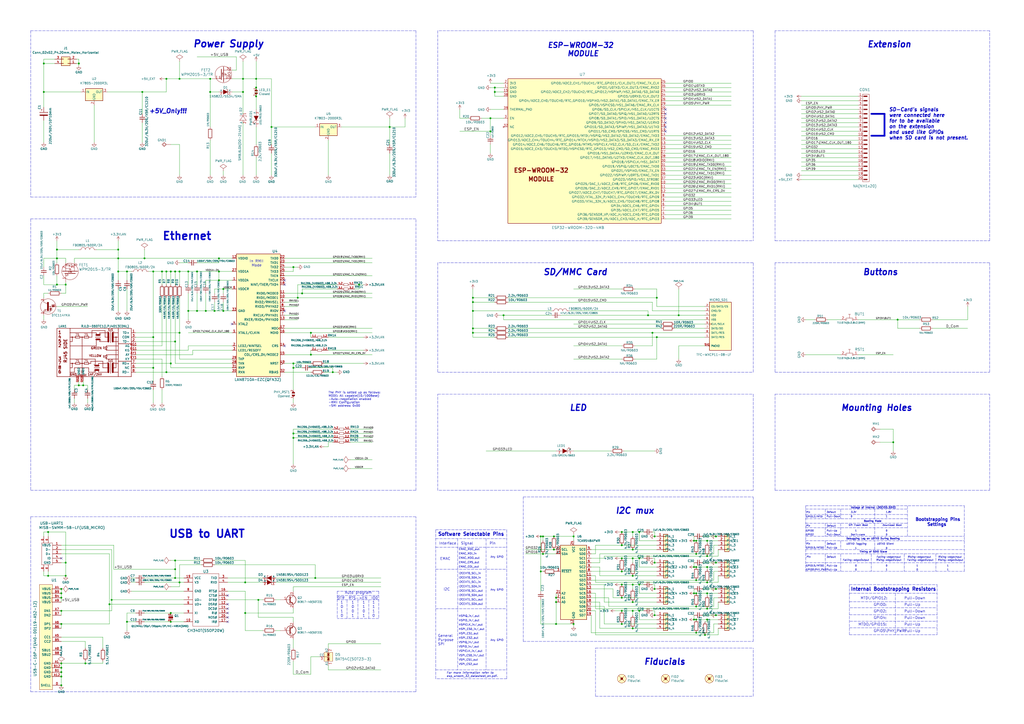
<source format=kicad_sch>
(kicad_sch (version 20211123) (generator eeschema)
  (paper "A2")
  (title_block (title "ESP32-GATEWAY") (date "2019-12-17") (rev "G") (company "OLIMEX LTD.") (comment 1 "https://www.olimex.com"))
  (junction (at 314.96 321.31))
  (junction (at 88.9 195.58))
  (junction (at 360.68 354.33))
  (junction (at 367.03 364.49))
  (junction (at 208.28 165.1))
  (junction (at 180.34 205.74))
  (junction (at 140.97 53.34))
  (junction (at 35.56 397.51))
  (junction (at 68.58 149.86))
  (junction (at 68.58 157.48))
  (junction (at 403.86 351.79))
  (junction (at 381 172.72))
  (junction (at 101.6 335.28))
  (junction (at 83.82 149.86))
  (junction (at 402.59 344.17))
  (junction (at 25.4 53.34))
  (junction (at 403.86 367.03))
  (junction (at 124.46 180.34))
  (junction (at 35.56 361.95))
  (junction (at 96.52 157.48))
  (junction (at 415.29 311.15))
  (junction (at 381 195.58))
  (junction (at 38.1 165.1))
  (junction (at 140.97 45.72))
  (junction (at 313.69 311.15))
  (junction (at 370.84 308.61))
  (junction (at 284.48 76.2))
  (junction (at 170.18 154.94))
  (junction (at 403.86 359.41))
  (junction (at 101.6 325.12))
  (junction (at 99.06 355.6))
  (junction (at 403.86 321.31))
  (junction (at 367.03 334.01))
  (junction (at 127 162.56))
  (junction (at 402.59 359.41))
  (junction (at 33.02 144.78))
  (junction (at 129.54 167.64))
  (junction (at 170.18 210.82))
  (junction (at 114.3 180.34))
  (junction (at 129.54 180.34))
  (junction (at 180.34 193.04))
  (junction (at 370.84 339.09))
  (junction (at 27.94 308.61))
  (junction (at 35.56 384.81))
  (junction (at 88.9 213.36))
  (junction (at 415.29 356.87))
  (junction (at 170.18 254))
  (junction (at 35.56 341.63))
  (junction (at 148.59 50.8))
  (junction (at 410.21 359.41))
  (junction (at 109.22 157.48))
  (junction (at 410.21 353.06))
  (junction (at 284.48 68.58))
  (junction (at 35.56 354.33))
  (junction (at 378.46 193.04))
  (junction (at 403.86 313.69))
  (junction (at 375.92 182.88))
  (junction (at 314.96 311.15))
  (junction (at 104.14 193.04))
  (junction (at 360.68 331.47))
  (junction (at 142.24 355.6))
  (junction (at 121.92 45.72))
  (junction (at 101.6 330.2))
  (junction (at 127 157.48))
  (junction (at 379.73 311.15))
  (junction (at 82.55 53.34))
  (junction (at 226.06 73.66))
  (junction (at 104.14 157.48))
  (junction (at 35.56 389.89))
  (junction (at 157.48 73.66))
  (junction (at 274.32 180.34))
  (junction (at 35.56 392.43))
  (junction (at 48.26 223.52))
  (junction (at 73.66 157.48))
  (junction (at 33.02 149.86))
  (junction (at 367.03 308.61))
  (junction (at 49.53 384.81))
  (junction (at 360.68 339.09))
  (junction (at 367.03 323.85))
  (junction (at 33.02 165.1))
  (junction (at 45.72 36.83))
  (junction (at 35.56 346.71))
  (junction (at 101.6 157.48))
  (junction (at 170.18 213.36))
  (junction (at 148.59 45.72))
  (junction (at 63.5 350.52))
  (junction (at 403.86 336.55))
  (junction (at 402.59 328.93))
  (junction (at 379.73 356.87))
  (junction (at 104.14 337.82))
  (junction (at 367.03 339.09))
  (junction (at 410.21 322.58))
  (junction (at 403.86 328.93))
  (junction (at 175.26 170.18))
  (junction (at 370.84 354.33))
  (junction (at 35.56 387.35))
  (junction (at 172.72 172.72))
  (junction (at 410.21 313.69))
  (junction (at 367.03 354.33))
  (junction (at 149.86 347.98))
  (junction (at 148.59 55.88))
  (junction (at 45.72 223.52))
  (junction (at 415.29 326.39))
  (junction (at 360.68 323.85))
  (junction (at 88.9 157.48))
  (junction (at 193.04 215.9))
  (junction (at 274.32 175.26))
  (junction (at 370.84 323.85))
  (junction (at 114.3 157.48))
  (junction (at 274.32 172.72))
  (junction (at 410.21 328.93))
  (junction (at 332.74 311.15))
  (junction (at 109.22 180.34))
  (junction (at 104.14 45.72))
  (junction (at 367.03 318.77))
  (junction (at 99.06 157.48))
  (junction (at 38.1 326.39))
  (junction (at 73.66 360.68))
  (junction (at 99.06 210.82))
  (junction (at 360.68 308.61))
  (junction (at 35.56 344.17))
  (junction (at 367.03 349.25))
  (junction (at 64.77 347.98))
  (junction (at 101.6 198.12))
  (junction (at 360.68 316.2597))
  (junction (at 292.1 182.88))
  (junction (at 121.92 53.34))
  (junction (at 403.86 344.17))
  (junction (at 322.58 361.95))
  (junction (at 274.32 193.04))
  (junction (at 520.7 185.42))
  (junction (at 96.52 215.9))
  (junction (at 274.32 190.5))
  (junction (at 182.88 335.28))
  (junction (at 321.31 318.77))
  (junction (at 99.06 360.68))
  (junction (at 360.68 346.71))
  (junction (at 313.69 331.47))
  (junction (at 127 149.86))
  (junction (at 410.21 337.82))
  (junction (at 287.02 50.8))
  (junction (at 38.1 334.01))
  (junction (at 170.18 251.46))
  (junction (at 119.38 180.34))
  (junction (at 142.24 337.82))
  (junction (at 68.58 144.78))
  (junction (at 321.31 311.15))
  (junction (at 93.98 157.48))
  (junction (at 287.02 53.34))
  (junction (at 360.68 361.95))
  (junction (at 322.58 346.71))
  (junction (at 25.4 36.83))
  (junction (at 379.73 341.63))
  (junction (at 332.74 361.95))
  (junction (at 410.21 344.17))
  (junction (at 27.94 334.01))
  (junction (at 402.59 313.69))
  (junction (at 408.94 368.3))
  (junction (at 96.52 45.72))
  (junction (at 360.68 316.23))
  (junction (at 393.7 182.88))
  (junction (at 518.16 256.54))
  (junction (at 322.58 349.25))
  (junction (at 379.73 326.39))
  (junction (at 415.29 341.63))
  (no_connect (at 132.08 355.6))
  (no_connect (at 165.1 200.66))
  (no_connect (at 134.62 187.96))
  (no_connect (at 386.08 63.5))
  (no_connect (at 132.08 350.52))
  (no_connect (at 165.1 180.34))
  (no_connect (at 386.08 66.04))
  (no_connect (at 386.08 71.12))
  (no_connect (at 386.08 73.66))
  (no_connect (at 386.08 76.2))
  (no_connect (at 132.08 358.14))
  (no_connect (at 35.56 323.85))
  (no_connect (at 132.08 360.68))
  (no_connect (at 132.08 353.06))
  (no_connect (at 165.1 162.56))
  (no_connect (at 165.1 165.1))
  (no_connect (at 386.08 68.58))
  (no_connect (at 132.08 345.44))
  (wire (pts (xy 49.53 372.11) (xy 49.53 375.92)))
  (wire (pts (xy 165.1 190.5) (xy 215.9 190.5)))
  (wire (pts (xy 347.98 349.25) (xy 347.98 364.49)))
  (wire (pts (xy 134.62 200.66) (xy 109.22 200.66)))
  (wire (pts (xy 127 152.4) (xy 127 149.86)))
  (wire (pts (xy 35.56 361.95) (xy 63.5 361.95)))
  (wire (pts (xy 313.69 331.47) (xy 314.96 331.47)))
  (wire (pts (xy 104.14 45.72) (xy 121.92 45.72)))
  (wire (pts (xy 294.64 190.5) (xy 383.54 190.5)))
  (polyline (pts (xy 436.88 403.86) (xy 436.88 375.92)))
  (polyline (pts (xy 574.04 152.4) (xy 449.58 152.4)))
  (wire (pts (xy 38.1 149.86) (xy 33.02 149.86)))
  (wire (pts (xy 96.52 165.1) (xy 96.52 157.48)))
  (polyline (pts (xy 487.68 313.69) (xy 487.68 318.77)))
  (wire (pts (xy 59.69 369.57) (xy 59.69 375.92)))
  (wire (pts (xy 381 167.64) (xy 368.3 167.64)))
  (wire (pts (xy 359.41 323.85) (xy 360.68 323.85)))
  (wire (pts (xy 190.5 388.62) (xy 220.98 388.62)))
  (polyline (pts (xy 241.3 284.48) (xy 241.3 127)))
  (wire (pts (xy 50.8 231.14) (xy 50.8 233.68)))
  (wire (pts (xy 378.46 339.09) (xy 379.73 339.09)))
  (wire (pts (xy 345.44 321.31) (xy 342.9 321.31)))
  (polyline (pts (xy 219.71 342.9) (xy 195.58 342.9)))
  (wire (pts (xy 129.54 167.64) (xy 134.62 167.64)))
  (wire (pts (xy 386.08 116.84) (xy 424.18 116.84)))
  (wire (pts (xy 109.22 180.34) (xy 109.22 185.42)))
  (polyline (pts (xy 254 228.6) (xy 436.88 228.6)))
  (wire (pts (xy 165.1 193.04) (xy 180.34 193.04)))
  (polyline (pts (xy 436.88 228.6) (xy 436.88 284.48)))
  (wire (pts (xy 66.04 330.2) (xy 101.6 330.2)))
  (wire (pts (xy 121.92 101.6) (xy 121.92 81.28)))
  (wire (pts (xy 160.02 347.98) (xy 162.56 347.98)))
  (wire (pts (xy 274.32 167.64) (xy 274.32 172.72)))
  (wire (pts (xy 386.08 109.22) (xy 424.18 109.22)))
  (wire (pts (xy 416.56 353.06) (xy 410.21 353.06)))
  (wire (pts (xy 226.06 73.66) (xy 226.06 83.82)))
  (polyline (pts (xy 254 152.4) (xy 254 215.9)))
  (wire (pts (xy 149.86 347.98) (xy 152.4 347.98)))
  (wire (pts (xy 274.32 175.26) (xy 287.02 175.26)))
  (wire (pts (xy 88.9 213.36) (xy 78.74 213.36)))
  (wire (pts (xy 137.16 40.64) (xy 137.16 33.02)))
  (polyline (pts (xy 493.014 352.552) (xy 543.56 352.552)))
  (polyline (pts (xy 467.36 326.39) (xy 559.435 326.39)))
  (wire (pts (xy 294.64 175.26) (xy 378.46 175.26)))
  (wire (pts (xy 38.1 308.61) (xy 38.1 326.39)))
  (wire (pts (xy 127 157.48) (xy 134.62 157.48)))
  (wire (pts (xy 408.94 368.3) (xy 416.56 368.3)))
  (wire (pts (xy 38.1 170.18) (xy 35.56 170.18)))
  (wire (pts (xy 393.7 182.88) (xy 408.94 182.88)))
  (polyline (pts (xy 241.3 17.78) (xy 241.3 114.3)))
  (wire (pts (xy 284.48 78.74) (xy 284.48 76.2)))
  (wire (pts (xy 274.32 190.5) (xy 274.32 193.04)))
  (wire (pts (xy 345.44 353.06) (xy 410.21 353.06)))
  (wire (pts (xy 35.56 369.57) (xy 59.69 369.57)))
  (wire (pts (xy 203.2 271.78) (xy 215.9 271.78)))
  (wire (pts (xy 175.26 167.64) (xy 175.26 170.18)))
  (polyline (pts (xy 213.995 347.98) (xy 213.995 358.775)))
  (wire (pts (xy 284.48 83.82) (xy 284.48 88.9)))
  (wire (pts (xy 43.18 149.86) (xy 68.58 149.86)))
  (wire (pts (xy 88.9 157.48) (xy 93.98 157.48)))
  (wire (pts (xy 83.82 337.82) (xy 104.14 337.82)))
  (wire (pts (xy 93.98 226.06) (xy 93.98 233.68)))
  (polyline (pts (xy 449.58 215.9) (xy 574.04 215.9)))
  (wire (pts (xy 205.74 165.1) (xy 208.28 165.1)))
  (wire (pts (xy 96.52 157.48) (xy 99.06 157.48)))
  (wire (pts (xy 497.84 73.66) (xy 464.82 73.66)))
  (wire (pts (xy 73.66 167.64) (xy 73.66 180.34)))
  (wire (pts (xy 386.08 99.06) (xy 424.18 99.06)))
  (wire (pts (xy 68.58 149.86) (xy 83.82 149.86)))
  (wire (pts (xy 68.58 167.64) (xy 68.58 180.34)))
  (wire (pts (xy 416.56 337.82) (xy 416.56 334.01)))
  (wire (pts (xy 180.34 213.36) (xy 193.04 213.36)))
  (wire (pts (xy 148.59 50.8) (xy 148.59 55.88)))
  (wire (pts (xy 99.06 172.72) (xy 99.06 210.82)))
  (wire (pts (xy 322.58 346.71) (xy 322.58 349.25)))
  (wire (pts (xy 127 53.34) (xy 121.92 53.34)))
  (wire (pts (xy 386.08 121.92) (xy 424.18 121.92)))
  (wire (pts (xy 190.5 373.38) (xy 220.98 373.38)))
  (wire (pts (xy 386.08 106.68) (xy 424.18 106.68)))
  (polyline (pts (xy 505.46 66.04) (xy 513.08 66.04)) (stroke (width 1.016) (type solid)))
  (polyline (pts (xy 294.005 307.34) (xy 294.005 393.7)))
  (wire (pts (xy 313.69 331.47) (xy 313.69 342.9)))
  (polyline (pts (xy 467.36 293.37) (xy 467.36 331.47)))
  (wire (pts (xy 274.32 172.72) (xy 274.32 175.26)))
  (wire (pts (xy 104.14 83.82) (xy 99.06 83.82)))
  (wire (pts (xy 342.9 367.03) (xy 403.86 367.03)))
  (polyline (pts (xy 467.36 318.77) (xy 559.435 318.77)))
  (wire (pts (xy 415.29 356.87) (xy 416.56 356.87)))
  (wire (pts (xy 25.4 334.01) (xy 27.94 334.01)))
  (wire (pts (xy 360.68 323.85) (xy 367.03 323.85)))
  (wire (pts (xy 510.54 248.92) (xy 518.16 248.92)))
  (wire (pts (xy 180.34 391.16) (xy 180.34 381)))
  (wire (pts (xy 78.74 200.66) (xy 93.98 200.66)))
  (wire (pts (xy 193.04 254) (xy 170.18 254)))
  (wire (pts (xy 386.08 50.8) (xy 424.18 50.8)))
  (polyline (pts (xy 254 284.48) (xy 254 228.6)))
  (wire (pts (xy 386.08 119.38) (xy 424.18 119.38)))
  (wire (pts (xy 367.03 354.33) (xy 367.03 356.87)))
  (wire (pts (xy 367.03 354.33) (xy 360.68 354.33)))
  (wire (pts (xy 367.03 308.61) (xy 370.84 308.61)))
  (wire (pts (xy 157.48 73.66) (xy 157.48 83.82)))
  (wire (pts (xy 345.44 344.17) (xy 345.44 353.06)))
  (wire (pts (xy 414.02 336.55) (xy 403.86 336.55)))
  (polyline (pts (xy 574.04 17.78) (xy 449.58 17.78)))
  (wire (pts (xy 367.03 339.09) (xy 370.84 339.09)))
  (wire (pts (xy 407.67 341.63) (xy 415.29 341.63)))
  (wire (pts (xy 403.86 313.69) (xy 410.21 313.69)))
  (polyline (pts (xy 574.04 215.9) (xy 574.04 152.4)))
  (wire (pts (xy 160.02 335.28) (xy 182.88 335.28)))
  (wire (pts (xy 124.46 180.34) (xy 124.46 175.26)))
  (polyline (pts (xy 543.56 339.09) (xy 543.56 368.3)))
  (wire (pts (xy 157.48 45.72) (xy 157.48 73.66)))
  (wire (pts (xy 360.68 167.64) (xy 332.74 167.64)))
  (polyline (pts (xy 252.73 312.42) (xy 294.005 312.42)))
  (wire (pts (xy 109.22 180.34) (xy 114.3 180.34)))
  (polyline (pts (xy 467.36 321.31) (xy 559.435 321.31)))
  (wire (pts (xy 68.58 149.86) (xy 68.58 157.48)))
  (wire (pts (xy 170.18 383.54) (xy 170.18 391.16)))
  (wire (pts (xy 93.98 165.1) (xy 93.98 157.48)))
  (wire (pts (xy 379.73 354.33) (xy 379.73 356.87)))
  (wire (pts (xy 561.34 185.42) (xy 561.34 177.8)))
  (wire (pts (xy 121.92 53.34) (xy 121.92 73.66)))
  (wire (pts (xy 33.02 160.02) (xy 33.02 165.1)))
  (polyline (pts (xy 574.04 139.7) (xy 574.04 17.78)))
  (wire (pts (xy 292.1 182.88) (xy 320.04 182.88)))
  (wire (pts (xy 386.08 124.46) (xy 424.18 124.46)))
  (wire (pts (xy 370.84 354.33) (xy 373.38 354.33)))
  (wire (pts (xy 170.18 254) (xy 170.18 269.24)))
  (polyline (pts (xy 519.43 344.17) (xy 519.43 368.3)))
  (wire (pts (xy 78.74 360.68) (xy 73.66 360.68)))
  (wire (pts (xy 45.72 220.98) (xy 45.72 223.52)))
  (wire (pts (xy 370.84 354.33) (xy 367.03 354.33)))
  (wire (pts (xy 165.1 185.42) (xy 172.72 185.42)))
  (polyline (pts (xy 17.78 299.72) (xy 17.78 401.32)))
  (wire (pts (xy 386.08 48.26) (xy 424.18 48.26)))
  (wire (pts (xy 82.55 53.34) (xy 96.52 53.34)))
  (wire (pts (xy 25.4 165.1) (xy 33.02 165.1)))
  (wire (pts (xy 497.84 101.6) (xy 464.82 101.6)))
  (wire (pts (xy 187.96 215.9) (xy 193.04 215.9)))
  (wire (pts (xy 93.98 157.48) (xy 96.52 157.48)))
  (wire (pts (xy 109.22 200.66) (xy 109.22 203.2)))
  (wire (pts (xy 35.56 318.77) (xy 64.77 318.77)))
  (wire (pts (xy 386.08 60.96) (xy 424.18 60.96)))
  (polyline (pts (xy 574.04 284.48) (xy 574.04 228.6)))
  (wire (pts (xy 414.02 367.03) (xy 414.02 361.95)))
  (wire (pts (xy 35.56 354.33) (xy 64.77 354.33)))
  (wire (pts (xy 165.1 152.4) (xy 215.9 152.4)))
  (wire (pts (xy 193.04 213.36) (xy 193.04 215.9)))
  (wire (pts (xy 195.58 167.64) (xy 175.26 167.64)))
  (wire (pts (xy 45.72 36.83) (xy 45.72 38.1)))
  (wire (pts (xy 63.5 350.52) (xy 106.68 350.52)))
  (wire (pts (xy 170.18 213.36) (xy 175.26 213.36)))
  (wire (pts (xy 424.18 86.36) (xy 386.08 86.36)))
  (wire (pts (xy 467.36 185.42) (xy 472.44 185.42)))
  (wire (pts (xy 321.31 318.77) (xy 322.58 318.77)))
  (wire (pts (xy 342.9 344.17) (xy 345.44 344.17)))
  (polyline (pts (xy 17.78 299.72) (xy 241.3 299.72)))
  (wire (pts (xy 64.77 347.98) (xy 106.68 347.98)))
  (polyline (pts (xy 449.58 284.48) (xy 574.04 284.48)))
  (polyline (pts (xy 513.08 66.04) (xy 513.08 78.74)) (stroke (width 1.016) (type solid)))
  (wire (pts (xy 27.94 311.15) (xy 27.94 308.61)))
  (wire (pts (xy 132.08 342.9) (xy 142.24 342.9)))
  (polyline (pts (xy 281.94 312.42) (xy 281.94 388.62)))
  (wire (pts (xy 134.62 203.2) (xy 111.76 203.2)))
  (wire (pts (xy 99.06 210.82) (xy 99.06 213.36)))
  (wire (pts (xy 410.21 344.17) (xy 416.56 344.17)))
  (wire (pts (xy 88.9 213.36) (xy 88.9 220.98)))
  (wire (pts (xy 35.56 344.17) (xy 35.56 346.71)))
  (wire (pts (xy 210.82 203.2) (xy 190.5 203.2)))
  (wire (pts (xy 170.18 353.06) (xy 170.18 355.6)))
  (wire (pts (xy 83.82 360.68) (xy 99.06 360.68)))
  (wire (pts (xy 347.98 326.39) (xy 342.9 326.39)))
  (wire (pts (xy 33.02 177.8) (xy 50.8 177.8)))
  (wire (pts (xy 379.73 323.85) (xy 379.73 326.39)))
  (wire (pts (xy 68.58 139.7) (xy 68.58 144.78)))
  (wire (pts (xy 386.08 53.34) (xy 424.18 53.34)))
  (wire (pts (xy 367.03 349.25) (xy 381 349.25)))
  (polyline (pts (xy 436.88 215.9) (xy 436.88 152.4)))
  (wire (pts (xy 274.32 180.34) (xy 274.32 190.5)))
  (wire (pts (xy 266.7 68.58) (xy 271.78 68.58)))
  (wire (pts (xy 157.48 73.66) (xy 182.88 73.66)))
  (wire (pts (xy 25.4 36.83) (xy 25.4 53.34)))
  (wire (pts (xy 353.06 346.71) (xy 353.06 351.79)))
  (wire (pts (xy 148.59 55.88) (xy 148.59 63.5)))
  (wire (pts (xy 210.82 210.82) (xy 187.96 210.82)))
  (polyline (pts (xy 492.76 368.173) (xy 543.56 368.173)))
  (wire (pts (xy 533.4 190.5) (xy 520.7 190.5)))
  (wire (pts (xy 101.6 335.28) (xy 106.68 335.28)))
  (wire (pts (xy 165.1 157.48) (xy 170.18 157.48)))
  (wire (pts (xy 35.56 361.95) (xy 35.56 364.49)))
  (wire (pts (xy 226.06 88.9) (xy 226.06 101.6)))
  (wire (pts (xy 350.52 349.25) (xy 367.03 349.25)))
  (wire (pts (xy 274.32 175.26) (xy 274.32 180.34)))
  (wire (pts (xy 381 195.58) (xy 381 208.28)))
  (wire (pts (xy 541.02 190.5) (xy 561.34 190.5)))
  (wire (pts (xy 370.84 344.17) (xy 381 344.17)))
  (polyline (pts (xy 17.78 114.3) (xy 241.3 114.3)))
  (wire (pts (xy 378.46 308.61) (xy 379.73 308.61)))
  (wire (pts (xy 520.7 190.5) (xy 520.7 185.42)))
  (wire (pts (xy 160.02 365.76) (xy 162.56 365.76)))
  (wire (pts (xy 170.18 251.46) (xy 170.18 254)))
  (wire (pts (xy 226.06 73.66) (xy 234.95 73.66)))
  (polyline (pts (xy 492.76 344.17) (xy 543.56 344.17)))
  (wire (pts (xy 64.77 318.77) (xy 64.77 347.98)))
  (wire (pts (xy 342.9 349.25) (xy 347.98 349.25)))
  (wire (pts (xy 402.59 344.17) (xy 403.86 344.17)))
  (polyline (pts (xy 487.68 303.53) (xy 487.68 311.15)))
  (wire (pts (xy 480.06 185.42) (xy 487.68 185.42)))
  (polyline (pts (xy 345.44 403.86) (xy 436.88 403.86)))
  (wire (pts (xy 410.21 313.69) (xy 416.56 313.69)))
  (wire (pts (xy 386.08 101.6) (xy 424.18 101.6)))
  (wire (pts (xy 27.94 334.01) (xy 38.1 334.01)))
  (wire (pts (xy 137.16 40.64) (xy 134.62 40.64)))
  (wire (pts (xy 410.21 359.41) (xy 416.56 359.41)))
  (wire (pts (xy 367.03 334.01) (xy 381 334.01)))
  (wire (pts (xy 96.52 45.72) (xy 104.14 45.72)))
  (wire (pts (xy 96.52 172.72) (xy 96.52 215.9)))
  (wire (pts (xy 38.1 163.83) (xy 38.1 165.1)))
  (polyline (pts (xy 252.73 388.62) (xy 294.005 388.62)))
  (wire (pts (xy 402.59 359.41) (xy 403.86 359.41)))
  (wire (pts (xy 132.08 347.98) (xy 149.86 347.98)))
  (polyline (pts (xy 467.36 311.15) (xy 559.435 311.15)))
  (wire (pts (xy 33.02 139.7) (xy 33.02 144.78)))
  (wire (pts (xy 360.68 346.71) (xy 381 346.71)))
  (wire (pts (xy 386.08 83.82) (xy 424.18 83.82)))
  (wire (pts (xy 109.22 152.4) (xy 104.14 152.4)))
  (wire (pts (xy 497.84 91.44) (xy 464.82 91.44)))
  (wire (pts (xy 187.96 259.08) (xy 190.5 259.08)))
  (wire (pts (xy 104.14 165.1) (xy 104.14 157.48)))
  (polyline (pts (xy 303.53 288.29) (xy 436.88 288.29)))
  (wire (pts (xy 88.9 195.58) (xy 88.9 213.36)))
  (wire (pts (xy 402.59 328.93) (xy 403.86 328.93)))
  (wire (pts (xy 99.06 325.12) (xy 101.6 325.12)))
  (wire (pts (xy 124.46 180.34) (xy 129.54 180.34)))
  (wire (pts (xy 205.74 167.64) (xy 208.28 167.64)))
  (wire (pts (xy 25.4 149.86) (xy 33.02 149.86)))
  (wire (pts (xy 104.14 193.04) (xy 104.14 208.28)))
  (wire (pts (xy 497.84 104.14) (xy 464.82 104.14)))
  (wire (pts (xy 25.4 69.85) (xy 25.4 82.55)))
  (wire (pts (xy 170.18 370.84) (xy 170.18 375.92)))
  (wire (pts (xy 497.84 58.42) (xy 464.82 58.42)))
  (wire (pts (xy 35.56 384.81) (xy 35.56 387.35)))
  (wire (pts (xy 165.1 149.86) (xy 215.9 149.86)))
  (polyline (pts (xy 559.435 331.47) (xy 559.435 293.37)))
  (wire (pts (xy 193.04 248.92) (xy 170.18 248.92)))
  (wire (pts (xy 497.84 93.98) (xy 464.82 93.98)))
  (wire (pts (xy 104.14 35.56) (xy 104.14 45.72)))
  (wire (pts (xy 342.9 331.47) (xy 360.68 331.47)))
  (wire (pts (xy 294.64 193.04) (xy 378.46 193.04)))
  (wire (pts (xy 510.54 256.54) (xy 518.16 256.54)))
  (wire (pts (xy 35.56 346.71) (xy 35.56 349.25)))
  (wire (pts (xy 322.58 344.17) (xy 322.58 346.71)))
  (polyline (pts (xy 219.71 358.775) (xy 195.58 358.775)))
  (wire (pts (xy 101.6 210.82) (xy 134.62 210.82)))
  (wire (pts (xy 148.59 35.56) (xy 148.59 45.72)))
  (wire (pts (xy 416.56 349.25) (xy 416.56 353.06)))
  (wire (pts (xy 304.8 318.77) (xy 321.31 318.77)))
  (polyline (pts (xy 478.79 321.31) (xy 478.79 331.47)))
  (wire (pts (xy 520.7 185.42) (xy 533.4 185.42)))
  (wire (pts (xy 134.62 53.34) (xy 140.97 53.34)))
  (wire (pts (xy 127 149.86) (xy 134.62 149.86)))
  (wire (pts (xy 416.56 331.47) (xy 414.02 331.47)))
  (wire (pts (xy 287.02 53.34) (xy 287.02 55.88)))
  (wire (pts (xy 165.1 205.74) (xy 180.34 205.74)))
  (wire (pts (xy 99.06 157.48) (xy 101.6 157.48)))
  (wire (pts (xy 96.52 215.9) (xy 134.62 215.9)))
  (wire (pts (xy 386.08 78.74) (xy 424.18 78.74)))
  (wire (pts (xy 391.16 190.5) (xy 408.94 190.5)))
  (wire (pts (xy 378.46 200.66) (xy 368.3 200.66)))
  (polyline (pts (xy 478.79 295.275) (xy 478.79 300.99)))
  (wire (pts (xy 381 195.58) (xy 408.94 195.58)))
  (polyline (pts (xy 303.53 372.11) (xy 303.53 288.29)))
  (wire (pts (xy 27.94 308.61) (xy 38.1 308.61)))
  (wire (pts (xy 195.58 165.1) (xy 172.72 165.1)))
  (wire (pts (xy 170.18 355.6) (xy 142.24 355.6)))
  (wire (pts (xy 43.18 223.52) (xy 45.72 223.52)))
  (wire (pts (xy 347.98 364.49) (xy 367.03 364.49)))
  (polyline (pts (xy 17.78 17.78) (xy 17.78 114.3)))
  (wire (pts (xy 99.06 165.1) (xy 99.06 157.48)))
  (wire (pts (xy 170.18 233.68) (xy 170.18 231.14)))
  (wire (pts (xy 314.96 313.69) (xy 314.96 311.15)))
  (wire (pts (xy 25.4 53.34) (xy 46.99 53.34)))
  (wire (pts (xy 370.84 339.09) (xy 370.84 344.17)))
  (wire (pts (xy 370.84 323.85) (xy 370.84 328.93)))
  (wire (pts (xy 193.04 251.46) (xy 170.18 251.46)))
  (wire (pts (xy 25.4 308.61) (xy 27.94 308.61)))
  (wire (pts (xy 497.84 76.2) (xy 464.82 76.2)))
  (wire (pts (xy 190.5 373.38) (xy 190.5 375.92)))
  (wire (pts (xy 119.38 180.34) (xy 124.46 180.34)))
  (wire (pts (xy 127 162.56) (xy 134.62 162.56)))
  (wire (pts (xy 410.21 360.68) (xy 408.94 360.68)))
  (wire (pts (xy 416.56 322.58) (xy 416.56 318.77)))
  (wire (pts (xy 43.18 231.14) (xy 43.18 233.68)))
  (wire (pts (xy 114.3 157.48) (xy 127 157.48)))
  (wire (pts (xy 148.59 73.66) (xy 148.59 83.82)))
  (wire (pts (xy 359.41 339.09) (xy 360.68 339.09)))
  (polyline (pts (xy 201.295 347.98) (xy 201.295 358.775)))
  (wire (pts (xy 284.48 76.2) (xy 266.7 76.2)))
  (wire (pts (xy 345.44 316.23) (xy 345.44 321.31)))
  (wire (pts (xy 497.84 55.88) (xy 464.82 55.88)))
  (wire (pts (xy 313.69 311.15) (xy 314.96 311.15)))
  (wire (pts (xy 414.02 346.71) (xy 416.56 346.71)))
  (wire (pts (xy 25.4 34.29) (xy 25.4 36.83)))
  (wire (pts (xy 114.3 165.1) (xy 114.3 157.48)))
  (polyline (pts (xy 467.36 306.07) (xy 526.415 306.07)))
  (wire (pts (xy 370.84 328.93) (xy 381 328.93)))
  (wire (pts (xy 347.98 321.31) (xy 347.98 326.39)))
  (wire (pts (xy 35.56 392.43) (xy 35.56 397.51)))
  (wire (pts (xy 33.02 149.86) (xy 33.02 152.4)))
  (wire (pts (xy 190.5 259.08) (xy 190.5 256.54)))
  (wire (pts (xy 170.18 340.36) (xy 220.98 340.36)))
  (wire (pts (xy 109.22 157.48) (xy 114.3 157.48)))
  (wire (pts (xy 414.02 316.23) (xy 414.02 321.31)))
  (wire (pts (xy 403.86 321.31) (xy 347.98 321.31)))
  (wire (pts (xy 330.2 180.34) (xy 375.92 180.34)))
  (wire (pts (xy 88.9 226.06) (xy 88.9 233.68)))
  (wire (pts (xy 132.08 337.82) (xy 142.24 337.82)))
  (wire (pts (xy 345.44 337.82) (xy 345.44 334.01)))
  (wire (pts (xy 284.48 68.58) (xy 284.48 76.2)))
  (wire (pts (xy 410.21 328.93) (xy 416.56 328.93)))
  (wire (pts (xy 379.73 308.61) (xy 379.73 311.15)))
  (wire (pts (xy 68.58 157.48) (xy 68.58 162.56)))
  (wire (pts (xy 49.53 383.54) (xy 49.53 384.81)))
  (polyline (pts (xy 507.365 318.77) (xy 507.365 313.69)))
  (wire (pts (xy 165.1 175.26) (xy 172.72 175.26)))
  (wire (pts (xy 111.76 205.74) (xy 78.74 205.74)))
  (polyline (pts (xy 492.76 364.236) (xy 543.56 364.236)))
  (wire (pts (xy 64.77 354.33) (xy 64.77 347.98)))
  (wire (pts (xy 360.68 361.95) (xy 381 361.95)))
  (wire (pts (xy 497.84 71.12) (xy 464.82 71.12)))
  (polyline (pts (xy 449.58 139.7) (xy 574.04 139.7)))
  (wire (pts (xy 101.6 325.12) (xy 116.84 325.12)))
  (wire (pts (xy 407.67 356.87) (xy 415.29 356.87)))
  (wire (pts (xy 190.5 386.08) (xy 190.5 388.62)))
  (wire (pts (xy 234.95 73.66) (xy 234.95 68.58)))
  (wire (pts (xy 403.86 344.17) (xy 410.21 344.17)))
  (wire (pts (xy 367.03 308.61) (xy 367.03 311.15)))
  (wire (pts (xy 414.02 361.95) (xy 416.56 361.95)))
  (wire (pts (xy 25.4 185.42) (xy 25.4 182.88)))
  (wire (pts (xy 124.46 167.64) (xy 129.54 167.64)))
  (wire (pts (xy 518.16 256.54) (xy 518.16 261.62)))
  (wire (pts (xy 314.96 311.15) (xy 321.31 311.15)))
  (wire (pts (xy 140.97 53.34) (xy 140.97 66.04)))
  (polyline (pts (xy 467.36 303.53) (xy 526.415 303.53)))
  (polyline (pts (xy 17.78 284.48) (xy 241.3 284.48)))
  (polyline (pts (xy 449.58 228.6) (xy 574.04 228.6)))
  (wire (pts (xy 284.48 50.8) (xy 287.02 50.8)))
  (wire (pts (xy 208.28 167.64) (xy 208.28 165.1)))
  (wire (pts (xy 342.9 354.33) (xy 345.44 354.33)))
  (wire (pts (xy 68.58 157.48) (xy 73.66 157.48)))
  (wire (pts (xy 109.22 203.2) (xy 78.74 203.2)))
  (wire (pts (xy 266.7 63.5) (xy 266.7 68.58)))
  (wire (pts (xy 381 172.72) (xy 294.64 172.72)))
  (wire (pts (xy 142.24 337.82) (xy 152.4 337.82)))
  (wire (pts (xy 33.02 144.78) (xy 33.02 149.86)))
  (wire (pts (xy 378.46 180.34) (xy 408.94 180.34)))
  (wire (pts (xy 104.14 340.36) (xy 104.14 337.82)))
  (wire (pts (xy 175.26 170.18) (xy 215.9 170.18)))
  (wire (pts (xy 304.8 321.31) (xy 314.96 321.31)))
  (wire (pts (xy 203.2 254) (xy 215.9 254)))
  (wire (pts (xy 393.7 167.64) (xy 393.7 182.88)))
  (polyline (pts (xy 219.71 342.9) (xy 219.71 358.775)))
  (wire (pts (xy 170.18 210.82) (xy 180.34 210.82)))
  (wire (pts (xy 464.82 86.36) (xy 497.84 86.36)))
  (polyline (pts (xy 436.88 284.48) (xy 254 284.48)))
  (wire (pts (xy 160.02 337.82) (xy 220.98 337.82)))
  (wire (pts (xy 121.92 45.72) (xy 123.19 45.72)))
  (polyline (pts (xy 254 139.7) (xy 436.88 139.7)))
  (wire (pts (xy 287.02 55.88) (xy 292.1 55.88)))
  (wire (pts (xy 375.92 182.88) (xy 393.7 182.88)))
  (polyline (pts (xy 449.58 284.48) (xy 449.58 228.6)))
  (polyline (pts (xy 449.58 17.78) (xy 449.58 139.7)))
  (wire (pts (xy 408.94 187.96) (xy 391.16 187.96)))
  (wire (pts (xy 354.33 261.62) (xy 332.74 261.62)))
  (wire (pts (xy 88.9 195.58) (xy 78.74 195.58)))
  (wire (pts (xy 172.72 172.72) (xy 215.9 172.72)))
  (wire (pts (xy 203.2 256.54) (xy 215.9 256.54)))
  (wire (pts (xy 104.14 193.04) (xy 78.74 193.04)))
  (wire (pts (xy 378.46 175.26) (xy 378.46 180.34)))
  (polyline (pts (xy 17.78 127) (xy 241.3 127)))
  (wire (pts (xy 43.18 226.06) (xy 43.18 223.52)))
  (wire (pts (xy 129.54 180.34) (xy 134.62 180.34)))
  (wire (pts (xy 347.98 328.93) (xy 347.98 334.01)))
  (wire (pts (xy 114.3 180.34) (xy 119.38 180.34)))
  (wire (pts (xy 370.84 339.09) (xy 373.38 339.09)))
  (wire (pts (xy 497.84 83.82) (xy 464.82 83.82)))
  (wire (pts (xy 124.46 167.64) (xy 124.46 170.18)))
  (polyline (pts (xy 467.36 300.99) (xy 526.415 300.99)))
  (polyline (pts (xy 345.44 375.92) (xy 436.88 375.92)))
  (polyline (pts (xy 241.3 401.32) (xy 241.3 299.72)))
  (wire (pts (xy 410.21 322.58) (xy 416.56 322.58)))
  (wire (pts (xy 165.1 154.94) (xy 170.18 154.94)))
  (wire (pts (xy 99.06 340.36) (xy 104.14 340.36)))
  (polyline (pts (xy 17.78 17.78) (xy 241.3 17.78)))
  (wire (pts (xy 38.1 326.39) (xy 35.56 326.39)))
  (polyline (pts (xy 195.58 342.9) (xy 195.58 358.775)))
  (polyline (pts (xy 294.005 393.7) (xy 252.73 393.7)))
  (wire (pts (xy 35.56 387.35) (xy 35.56 389.89)))
  (polyline (pts (xy 436.88 372.11) (xy 436.88 288.29)))
  (wire (pts (xy 410.21 328.93) (xy 410.21 330.2)))
  (wire (pts (xy 367.03 364.49) (xy 381 364.49)))
  (wire (pts (xy 134.62 193.04) (xy 109.22 193.04)))
  (wire (pts (xy 149.86 358.14) (xy 149.86 347.98)))
  (wire (pts (xy 101.6 172.72) (xy 101.6 198.12)))
  (wire (pts (xy 407.67 311.15) (xy 415.29 311.15)))
  (wire (pts (xy 386.08 114.3) (xy 424.18 114.3)))
  (wire (pts (xy 78.74 215.9) (xy 96.52 215.9)))
  (wire (pts (xy 497.84 66.04) (xy 464.82 66.04)))
  (wire (pts (xy 49.53 384.81) (xy 35.56 384.81)))
  (wire (pts (xy 129.54 101.6) (xy 129.54 99.06)))
  (wire (pts (xy 45.72 144.78) (xy 33.02 144.78)))
  (wire (pts (xy 367.03 323.85) (xy 367.03 326.39)))
  (wire (pts (xy 116.84 327.66) (xy 104.14 327.66)))
  (wire (pts (xy 129.54 170.18) (xy 129.54 167.64)))
  (wire (pts (xy 350.52 322.58) (xy 410.21 322.58)))
  (wire (pts (xy 165.1 177.8) (xy 172.72 177.8)))
  (wire (pts (xy 180.34 381) (xy 185.42 381)))
  (wire (pts (xy 375.92 180.34) (xy 375.92 182.88)))
  (wire (pts (xy 342.9 328.93) (xy 347.98 328.93)))
  (wire (pts (xy 287.02 193.04) (xy 274.32 193.04)))
  (wire (pts (xy 180.34 195.58) (xy 180.34 193.04)))
  (polyline (pts (xy 254 215.9) (xy 436.88 215.9)))
  (wire (pts (xy 345.44 368.3) (xy 408.94 368.3)))
  (polyline (pts (xy 526.415 311.15) (xy 526.415 293.37)))
  (wire (pts (xy 119.38 170.18) (xy 119.38 180.34)))
  (wire (pts (xy 142.24 342.9) (xy 142.24 355.6)))
  (wire (pts (xy 25.4 331.47) (xy 25.4 334.01)))
  (wire (pts (xy 378.46 323.85) (xy 379.73 323.85)))
  (wire (pts (xy 402.59 326.39) (xy 402.59 328.93)))
  (polyline (pts (xy 507.365 303.53) (xy 507.365 311.15)))
  (wire (pts (xy 35.56 389.89) (xy 35.56 392.43)))
  (wire (pts (xy 497.84 68.58) (xy 464.82 68.58)))
  (wire (pts (xy 360.68 316.23) (xy 381 316.23)))
  (wire (pts (xy 203.2 248.92) (xy 215.9 248.92)))
  (polyline (pts (xy 492.76 339.09) (xy 543.56 339.09)))
  (wire (pts (xy 274.32 180.34) (xy 320.04 180.34)))
  (wire (pts (xy 292.1 185.42) (xy 292.1 182.88)))
  (wire (pts (xy 101.6 165.1) (xy 101.6 157.48)))
  (wire (pts (xy 370.84 308.61) (xy 373.38 308.61)))
  (wire (pts (xy 83.82 355.6) (xy 99.06 355.6)))
  (wire (pts (xy 370.84 323.85) (xy 373.38 323.85)))
  (wire (pts (xy 99.06 210.82) (xy 78.74 210.82)))
  (wire (pts (xy 342.9 341.63) (xy 355.6 341.63)))
  (wire (pts (xy 284.48 68.58) (xy 292.1 68.58)))
  (wire (pts (xy 355.6 346.71) (xy 360.68 346.71)))
  (wire (pts (xy 410.21 344.17) (xy 410.21 345.44)))
  (wire (pts (xy 99.06 355.6) (xy 106.68 355.6)))
  (polyline (pts (xy 507.365 295.275) (xy 507.365 300.99)))
  (wire (pts (xy 101.6 198.12) (xy 78.74 198.12)))
  (wire (pts (xy 190.5 256.54) (xy 193.04 256.54)))
  (wire (pts (xy 86.36 157.48) (xy 88.9 157.48)))
  (wire (pts (xy 59.69 383.54) (xy 59.69 384.81)))
  (wire (pts (xy 360.68 208.28) (xy 332.74 208.28)))
  (wire (pts (xy 415.29 326.39) (xy 416.56 326.39)))
  (wire (pts (xy 35.56 321.31) (xy 63.5 321.31)))
  (polyline (pts (xy 252.73 393.7) (xy 252.73 307.34)))
  (wire (pts (xy 378.46 354.33) (xy 379.73 354.33)))
  (wire (pts (xy 350.52 361.95) (xy 360.68 361.95)))
  (polyline (pts (xy 492.76 339.09) (xy 492.76 368.3)))
  (wire (pts (xy 345.44 354.33) (xy 345.44 368.3)))
  (wire (pts (xy 332.74 361.95) (xy 332.74 363.22)))
  (wire (pts (xy 541.02 185.42) (xy 561.34 185.42)))
  (wire (pts (xy 360.68 308.61) (xy 367.03 308.61)))
  (wire (pts (xy 210.82 195.58) (xy 190.5 195.58)))
  (wire (pts (xy 497.84 185.42) (xy 520.7 185.42)))
  (wire (pts (xy 35.56 354.33) (xy 35.56 356.87)))
  (wire (pts (xy 367.03 323.85) (xy 370.84 323.85)))
  (wire (pts (xy 402.59 311.15) (xy 402.59 313.69)))
  (wire (pts (xy 313.69 311.15) (xy 313.69 331.47)))
  (wire (pts (xy 66.04 316.23) (xy 66.04 330.2)))
  (wire (pts (xy 73.66 162.56) (xy 73.66 157.48)))
  (wire (pts (xy 402.59 356.87) (xy 402.59 359.41)))
  (wire (pts (xy 386.08 127) (xy 424.18 127)))
  (wire (pts (xy 78.74 355.6) (xy 73.66 355.6)))
  (polyline (pts (xy 436.88 17.78) (xy 436.88 139.7)))
  (wire (pts (xy 410.21 337.82) (xy 416.56 337.82)))
  (wire (pts (xy 321.31 311.15) (xy 332.74 311.15)))
  (wire (pts (xy 68.58 144.78) (xy 68.58 149.86)))
  (polyline (pts (xy 207.645 347.98) (xy 207.645 358.775)))
  (wire (pts (xy 83.82 335.28) (xy 101.6 335.28)))
  (wire (pts (xy 62.23 53.34) (xy 82.55 53.34)))
  (wire (pts (xy 35.56 316.23) (xy 66.04 316.23)))
  (wire (pts (xy 50.8 223.52) (xy 50.8 226.06)))
  (wire (pts (xy 345.44 334.01) (xy 342.9 334.01)))
  (wire (pts (xy 279.4 68.58) (xy 284.48 68.58)))
  (wire (pts (xy 414.02 351.79) (xy 414.02 346.71)))
  (wire (pts (xy 25.4 154.94) (xy 25.4 149.86)))
  (wire (pts (xy 95.25 45.72) (xy 96.52 45.72)))
  (wire (pts (xy 360.68 316.23) (xy 360.68 316.2597)))
  (wire (pts (xy 497.84 60.96) (xy 464.82 60.96)))
  (wire (pts (xy 99.06 213.36) (xy 134.62 213.36)))
  (wire (pts (xy 121.92 45.72) (xy 121.92 53.34)))
  (wire (pts (xy 367.03 318.77) (xy 381 318.77)))
  (wire (pts (xy 44.45 36.83) (xy 45.72 36.83)))
  (wire (pts (xy 104.14 157.48) (xy 109.22 157.48)))
  (wire (pts (xy 381 172.72) (xy 381 167.64)))
  (wire (pts (xy 101.6 325.12) (xy 101.6 330.2)))
  (wire (pts (xy 172.72 165.1) (xy 172.72 172.72)))
  (polyline (pts (xy 303.53 372.11) (xy 436.88 372.11)))
  (wire (pts (xy 289.56 182.88) (xy 292.1 182.88)))
  (wire (pts (xy 350.52 361.95) (xy 350.52 351.79)))
  (wire (pts (xy 104.14 208.28) (xy 134.62 208.28)))
  (wire (pts (xy 124.46 327.66) (xy 182.88 327.66)))
  (wire (pts (xy 148.59 101.6) (xy 148.59 91.44)))
  (wire (pts (xy 410.21 359.41) (xy 410.21 360.68)))
  (wire (pts (xy 33.02 165.1) (xy 38.1 165.1)))
  (wire (pts (xy 140.97 45.72) (xy 140.97 53.34)))
  (polyline (pts (xy 195.58 347.98) (xy 219.71 347.98)))
  (wire (pts (xy 165.1 170.18) (xy 175.26 170.18)))
  (wire (pts (xy 345.44 316.23) (xy 360.68 316.23)))
  (polyline (pts (xy 487.68 295.275) (xy 487.68 300.99)))
  (wire (pts (xy 313.69 347.98) (xy 313.69 361.95)))
  (wire (pts (xy 35.56 341.63) (xy 35.56 344.17)))
  (wire (pts (xy 403.86 367.03) (xy 414.02 367.03)))
  (wire (pts (xy 109.22 170.18) (xy 109.22 180.34)))
  (wire (pts (xy 325.12 182.88) (xy 375.92 182.88)))
  (wire (pts (xy 73.66 355.6) (xy 73.66 360.68)))
  (wire (pts (xy 274.32 195.58) (xy 287.02 195.58)))
  (wire (pts (xy 287.02 50.8) (xy 287.02 53.34)))
  (wire (pts (xy 170.18 358.14) (xy 149.86 358.14)))
  (wire (pts (xy 386.08 111.76) (xy 424.18 111.76)))
  (wire (pts (xy 379.73 356.87) (xy 381 356.87)))
  (wire (pts (xy 111.76 203.2) (xy 111.76 205.74)))
  (wire (pts (xy 83.82 144.78) (xy 83.82 149.86)))
  (wire (pts (xy 386.08 104.14) (xy 424.18 104.14)))
  (wire (pts (xy 410.21 313.69) (xy 410.21 314.96)))
  (wire (pts (xy 59.69 384.81) (xy 49.53 384.81)))
  (wire (pts (xy 165.1 160.02) (xy 215.9 160.02)))
  (wire (pts (xy 142.24 325.12) (xy 142.24 337.82)))
  (wire (pts (xy 170.18 360.68) (xy 170.18 358.14)))
  (wire (pts (xy 416.56 364.49) (xy 416.56 368.3)))
  (wire (pts (xy 415.29 311.15) (xy 416.56 311.15)))
  (wire (pts (xy 284.48 48.26) (xy 292.1 48.26)))
  (wire (pts (xy 114.3 170.18) (xy 114.3 180.34)))
  (wire (pts (xy 378.46 193.04) (xy 378.46 200.66)))
  (wire (pts (xy 78.74 337.82) (xy 76.2 337.82)))
  (polyline (pts (xy 449.58 152.4) (xy 449.58 215.9)))
  (wire (pts (xy 518.16 205.74) (xy 497.84 205.74)))
  (wire (pts (xy 467.36 205.74) (xy 487.68 205.74)))
  (wire (pts (xy 342.9 356.87) (xy 342.9 367.03)))
  (wire (pts (xy 383.54 187.96) (xy 332.74 187.96)))
  (polyline (pts (xy 345.44 403.86) (xy 345.44 375.92)))
  (wire (pts (xy 322.58 261.62) (xy 281.94 261.62)))
  (wire (pts (xy 73.66 360.68) (xy 73.66 365.76)))
  (wire (pts (xy 101.6 330.2) (xy 101.6 335.28)))
  (polyline (pts (xy 252.73 307.34) (xy 294.005 307.34)))
  (wire (pts (xy 25.4 160.02) (xy 25.4 165.1)))
  (wire (pts (xy 203.2 266.7) (xy 215.9 266.7)))
  (wire (pts (xy 63.5 321.31) (xy 63.5 350.52)))
  (wire (pts (xy 45.72 223.52) (xy 48.26 223.52)))
  (wire (pts (xy 386.08 58.42) (xy 424.18 58.42)))
  (wire (pts (xy 353.06 351.79) (xy 403.86 351.79)))
  (wire (pts (xy 119.38 162.56) (xy 127 162.56)))
  (wire (pts (xy 93.98 218.44) (xy 93.98 208.28)))
  (wire (pts (xy 99.06 360.68) (xy 106.68 360.68)))
  (wire (pts (xy 403.86 328.93) (xy 410.21 328.93)))
  (wire (pts (xy 359.41 308.61) (xy 360.68 308.61)))
  (polyline (pts (xy 487.68 321.31) (xy 487.68 331.47)))
  (wire (pts (xy 350.52 351.79) (xy 342.9 351.79)))
  (wire (pts (xy 407.67 326.39) (xy 415.29 326.39)))
  (polyline (pts (xy 195.58 345.44) (xy 219.71 345.44)))
  (wire (pts (xy 96.52 53.34) (xy 96.52 45.72)))
  (wire (pts (xy 402.59 313.69) (xy 403.86 313.69)))
  (wire (pts (xy 45.72 36.83) (xy 45.72 34.29)))
  (wire (pts (xy 157.48 88.9) (xy 157.48 101.6)))
  (wire (pts (xy 127 157.48) (xy 127 162.56)))
  (wire (pts (xy 55.88 144.78) (xy 68.58 144.78)))
  (wire (pts (xy 54.61 60.96) (xy 54.61 82.55)))
  (wire (pts (xy 43.18 152.4) (xy 43.18 149.86)))
  (polyline (pts (xy 505.46 321.31) (xy 505.46 331.47)))
  (polyline (pts (xy 467.36 295.275) (xy 526.415 295.275)))
  (wire (pts (xy 137.16 33.02) (xy 114.3 33.02)))
  (wire (pts (xy 342.9 339.09) (xy 350.52 339.09)))
  (polyline (pts (xy 513.08 78.74) (xy 505.46 78.74)) (stroke (width 1.016) (type solid)))
  (wire (pts (xy 379.73 311.15) (xy 381 311.15)))
  (wire (pts (xy 78.74 335.28) (xy 76.2 335.28)))
  (wire (pts (xy 292.1 53.34) (xy 287.02 53.34)))
  (wire (pts (xy 350.52 339.09) (xy 350.52 349.25)))
  (polyline (pts (xy 436.88 17.78) (xy 254 17.78)))
  (wire (pts (xy 497.84 81.28) (xy 464.82 81.28)))
  (wire (pts (xy 148.59 45.72) (xy 157.48 45.72)))
  (polyline (pts (xy 252.73 317.5) (xy 294.005 317.5)))
  (polyline (pts (xy 524.51 321.31) (xy 524.51 331.47)))
  (wire (pts (xy 134.62 45.72) (xy 140.97 45.72)))
  (polyline (pts (xy 492.76 348.996) (xy 543.56 348.996)))
  (wire (pts (xy 386.08 96.52) (xy 424.18 96.52)))
  (wire (pts (xy 386.08 93.98) (xy 424.18 93.98)))
  (wire (pts (xy 332.74 309.88) (xy 332.74 311.15)))
  (wire (pts (xy 403.86 359.41) (xy 410.21 359.41)))
  (wire (pts (xy 408.94 185.42) (xy 292.1 185.42)))
  (wire (pts (xy 287.02 50.8) (xy 292.1 50.8)))
  (wire (pts (xy 132.08 335.28) (xy 152.4 335.28)))
  (polyline (pts (xy 493.014 360.426) (xy 543.56 360.426)))
  (wire (pts (xy 342.9 323.85) (xy 350.52 323.85)))
  (wire (pts (xy 322.58 361.95) (xy 332.74 361.95)))
  (wire (pts (xy 314.96 321.31) (xy 322.58 321.31)))
  (wire (pts (xy 386.08 55.88) (xy 424.18 55.88)))
  (wire (pts (xy 403.86 351.79) (xy 414.02 351.79)))
  (polyline (pts (xy 252.73 330.2) (xy 294.005 330.2)))
  (wire (pts (xy 386.08 81.28) (xy 424.18 81.28)))
  (wire (pts (xy 180.34 193.04) (xy 215.9 193.04)))
  (wire (pts (xy 148.59 45.72) (xy 148.59 50.8)))
  (wire (pts (xy 414.02 331.47) (xy 414.02 336.55)))
  (wire (pts (xy 165.1 182.88) (xy 172.72 182.88)))
  (wire (pts (xy 274.32 193.04) (xy 274.32 195.58)))
  (wire (pts (xy 140.97 45.72) (xy 148.59 45.72)))
  (wire (pts (xy 313.69 361.95) (xy 322.58 361.95)))
  (wire (pts (xy 48.26 220.98) (xy 48.26 223.52)))
  (wire (pts (xy 367.03 339.09) (xy 367.03 341.63)))
  (wire (pts (xy 393.7 208.28) (xy 393.7 200.66)))
  (polyline (pts (xy 467.36 313.69) (xy 559.435 313.69)))
  (wire (pts (xy 170.18 342.9) (xy 170.18 340.36)))
  (polyline (pts (xy 467.36 331.47) (xy 559.435 331.47)))
  (wire (pts (xy 198.12 73.66) (xy 226.06 73.66)))
  (wire (pts (xy 104.14 172.72) (xy 104.14 193.04)))
  (wire (pts (xy 497.84 78.74) (xy 464.82 78.74)))
  (wire (pts (xy 497.84 63.5) (xy 464.82 63.5)))
  (wire (pts (xy 350.52 323.85) (xy 350.52 322.58)))
  (wire (pts (xy 73.66 157.48) (xy 76.2 157.48)))
  (wire (pts (xy 203.2 251.46) (xy 215.9 251.46)))
  (wire (pts (xy 360.68 339.09) (xy 367.03 339.09)))
  (wire (pts (xy 48.26 223.52) (xy 50.8 223.52)))
  (wire (pts (xy 370.84 359.41) (xy 370.84 354.33)))
  (wire (pts (xy 408.94 177.8) (xy 381 177.8)))
  (polyline (pts (xy 467.36 293.37) (xy 559.435 293.37)))
  (wire (pts (xy 182.88 335.28) (xy 220.98 335.28)))
  (wire (pts (xy 109.22 165.1) (xy 109.22 157.48)))
  (wire (pts (xy 370.84 308.61) (xy 370.84 313.69)))
  (wire (pts (xy 104.14 101.6) (xy 104.14 83.82)))
  (wire (pts (xy 414.02 321.31) (xy 403.86 321.31)))
  (wire (pts (xy 182.88 327.66) (xy 182.88 335.28)))
  (wire (pts (xy 76.2 342.9) (xy 106.68 342.9)))
  (wire (pts (xy 386.08 91.44) (xy 424.18 91.44)))
  (wire (pts (xy 360.68 331.47) (xy 381 331.47)))
  (wire (pts (xy 379.73 339.09) (xy 379.73 341.63)))
  (wire (pts (xy 381 177.8) (xy 381 172.72)))
  (wire (pts (xy 381 208.28) (xy 368.3 208.28)))
  (wire (pts (xy 274.32 190.5) (xy 287.02 190.5)))
  (wire (pts (xy 27.94 331.47) (xy 27.94 334.01)))
  (wire (pts (xy 104.14 327.66) (xy 104.14 337.82)))
  (wire (pts (xy 415.29 341.63) (xy 416.56 341.63)))
  (polyline (pts (xy 436.88 152.4) (xy 254 152.4)))
  (wire (pts (xy 393.7 200.66) (xy 408.94 200.66)))
  (wire (pts (xy 25.4 53.34) (xy 25.4 62.23)))
  (wire (pts (xy 170.18 154.94) (xy 172.72 154.94)))
  (wire (pts (xy 124.46 325.12) (xy 142.24 325.12)))
  (wire (pts (xy 378.46 193.04) (xy 408.94 193.04)))
  (wire (pts (xy 355.6 341.63) (xy 355.6 346.71)))
  (wire (pts (xy 342.9 346.71) (xy 353.06 346.71)))
  (wire (pts (xy 140.97 35.56) (xy 140.97 45.72)))
  (polyline (pts (xy 467.36 298.45) (xy 526.415 298.45)))
  (wire (pts (xy 101.6 198.12) (xy 101.6 210.82)))
  (wire (pts (xy 193.04 215.9) (xy 195.58 215.9)))
  (wire (pts (xy 38.1 326.39) (xy 38.1 334.01)))
  (wire (pts (xy 165.1 210.82) (xy 170.18 210.82)))
  (wire (pts (xy 342.9 318.77) (xy 367.03 318.77)))
  (wire (pts (xy 129.54 180.34) (xy 129.54 175.26)))
  (wire (pts (xy 345.44 337.82) (xy 410.21 337.82)))
  (wire (pts (xy 379.73 341.63) (xy 381 341.63)))
  (wire (pts (xy 101.6 157.48) (xy 104.14 157.48)))
  (wire (pts (xy 25.4 311.15) (xy 25.4 308.61)))
  (wire (pts (xy 25.4 170.18) (xy 25.4 172.72)))
  (wire (pts (xy 140.97 101.6) (xy 140.97 71.12)))
  (wire (pts (xy 38.1 165.1) (xy 38.1 170.18)))
  (wire (pts (xy 402.59 341.63) (xy 402.59 344.17)))
  (wire (pts (xy 142.24 365.76) (xy 152.4 365.76)))
  (wire (pts (xy 180.34 203.2) (xy 180.34 205.74)))
  (wire (pts (xy 379.73 326.39) (xy 381 326.39)))
  (polyline (pts (xy 265.43 312.42) (xy 265.43 388.62)))
  (polyline (pts (xy 17.78 127) (xy 17.78 284.48)))
  (wire (pts (xy 386.08 88.9) (xy 424.18 88.9)))
  (wire (pts (xy 361.95 261.62) (xy 379.73 261.62)))
  (wire (pts (xy 88.9 157.48) (xy 88.9 195.58)))
  (wire (pts (xy 416.56 316.23) (xy 414.02 316.23)))
  (wire (pts (xy 170.18 210.82) (xy 170.18 213.36)))
  (wire (pts (xy 518.16 248.92) (xy 518.16 256.54)))
  (wire (pts (xy 170.18 213.36) (xy 170.18 226.06)))
  (wire (pts (xy 45.72 34.29) (xy 44.45 34.29)))
  (wire (pts (xy 370.84 313.69) (xy 381 313.69)))
  (wire (pts (xy 342.9 336.55) (xy 403.86 336.55)))
  (wire (pts (xy 35.56 372.11) (xy 49.53 372.11)))
  (wire (pts (xy 332.74 311.15) (xy 332.74 313.69)))
  (wire (pts (xy 370.84 359.41) (xy 381 359.41)))
  (wire (pts (xy 83.82 149.86) (xy 127 149.86)))
  (wire (pts (xy 170.18 248.92) (xy 170.18 251.46)))
  (wire (pts (xy 27.94 170.18) (xy 25.4 170.18)))
  (wire (pts (xy 294.64 195.58) (xy 381 195.58)))
  (wire (pts (xy 93.98 200.66) (xy 93.98 172.72)))
  (polyline (pts (xy 252.73 353.06) (xy 294.005 353.06)))
  (wire (pts (xy 226.06 68.58) (xy 226.06 73.66)))
  (wire (pts (xy 180.34 215.9) (xy 165.1 215.9)))
  (wire (pts (xy 347.98 334.01) (xy 367.03 334.01)))
  (wire (pts (xy 82.55 53.34) (xy 82.55 66.04)))
  (wire (pts (xy 292.1 63.5) (xy 284.48 63.5)))
  (polyline (pts (xy 542.925 321.31) (xy 542.925 331.47)))
  (wire (pts (xy 464.82 88.9) (xy 497.84 88.9)))
  (polyline (pts (xy 254 17.78) (xy 254 139.7)))
  (wire (pts (xy 356.87 354.33) (xy 360.68 354.33)))
  (wire (pts (xy 208.28 165.1) (xy 210.82 165.1)))
  (wire (pts (xy 322.58 349.25) (xy 322.58 361.95)))
  (wire (pts (xy 180.34 205.74) (xy 215.9 205.74)))
  (wire (pts (xy 190.5 81.28) (xy 190.5 101.6)))
  (wire (pts (xy 63.5 361.95) (xy 63.5 350.52)))
  (wire (pts (xy 287.02 172.72) (xy 274.32 172.72)))
  (wire (pts (xy 142.24 355.6) (xy 142.24 365.76)))
  (wire (pts (xy 93.98 208.28) (xy 78.74 208.28)))
  (wire (pts (xy 170.18 391.16) (xy 180.34 391.16)))
  (polyline (pts (xy 478.79 313.69) (xy 478.79 318.77)))
  (wire (pts (xy 114.3 152.4) (xy 127 152.4)))
  (wire (pts (xy 119.38 162.56) (xy 119.38 165.1)))
  (wire (pts (xy 170.18 157.48) (xy 170.18 154.94)))
  (wire (pts (xy 497.84 99.06) (xy 464.82 99.06)))
  (polyline (pts (xy 492.76 356.616) (xy 543.56 356.616)))
  (wire (pts (xy 25.4 36.83) (xy 31.75 36.83)))
  (wire (pts (xy 82.55 71.12) (xy 82.55 82.55)))
  (wire (pts (xy 497.84 96.52) (xy 464.82 96.52)))
  (wire (pts (xy 31.75 34.29) (xy 25.4 34.29)))
  (wire (pts (xy 104.14 337.82) (xy 106.68 337.82)))
  (polyline (pts (xy 478.79 303.53) (xy 478.79 311.15)))
  (wire (pts (xy 38.1 152.4) (xy 38.1 149.86)))
  (wire (pts (xy 165.1 172.72) (xy 172.72 172.72)))
  (polyline (pts (xy 17.78 401.32) (xy 241.3 401.32)))
  (wire (pts (xy 360.68 200.66) (xy 332.74 200.66)))
  (text "Any GPIO" (at 284.48 323.85 0) (effects (font (size 1.0922 1.0922)) (justify left bottom)))
  (text "Falling-edge:Output" (at 488.823 325.628 0) (effects (font (size 0.9906 0.9906) italic) (justify left bottom)))
  (text "General\nPurpose\nSPI" (at 254 374.65 0) (effects (font (size 1.4986 1.4986)) (justify left bottom)))
  (text "1" (at 203.835 358.14 0) (effects (font (size 1.524 1.524)) (justify left bottom)))
  (text "MTDO/GPIO15:" (at 497.84 363.22 0) (effects (font (size 1.4986 1.4986)) (justify left bottom)))
  (text "LED" (at 330.2 238.76 0) (effects (font (size 3.5052 3.5052) (thickness 0.701) bold italic) (justify left bottom)))
  (text "Pull-Down" (at 524.51 355.6 0) (effects (font (size 1.4986 1.4986)) (justify left bottom)))
  (text "Pull-Down" (at 524.51 359.41 0) (effects (font (size 1.4986 1.4986)) (justify left bottom)))
  (text "I2CEXT1_SDA_out" (at 266.065 351.155 0) (effects (font (size 1.0922 1.0922)) (justify left bottom)))
  (text "0" (at 197.485 358.14 0) (effects (font (size 1.524 1.524)) (justify left bottom)))
  (text "Any GPIO" (at 284.48 342.9 0) (effects (font (size 1.0922 1.0922)) (justify left bottom)))
  (text "1" (at 215.9 350.52 0) (effects (font (size 1.524 1.524)) (justify left bottom)))
  (text "1" (at 549.275 328.93 0) (effects (font (size 0.9906 0.9906)) (justify left bottom)))
  (text "GPIO4:" (at 506.73 359.41 0) (effects (font (size 1.4986 1.4986)) (justify left bottom)))
  (text "EMAC" (at 255.27 325.12 0) (effects (font (size 1.4986 1.4986)) (justify left bottom)))
  (text "Pin" (at 467.487 305.816 0) (effects (font (size 0.9906 0.9906) italic) (justify left bottom)))
  (text "Pull-Up" (at 479.425 308.61 0) (effects (font (size 0.9906 0.9906)) (justify left bottom)))
  (text "I2CEXT0_SDA_in" (at 266.065 335.915 0) (effects (font (size 1.0922 1.0922)) (justify left bottom)))
  (text "3.3V" (at 493.395 297.815 0) (effects (font (size 0.9906 0.9906) italic) (justify left bottom)))
  (text "1" (at 215.9 355.6 0) (effects (font (size 1.524 1.524)) (justify left bottom)))
  (text "Auto program\n" (at 200.025 344.805 0) (effects (font (size 1.524 1.524)) (justify left bottom)))
  (text "1" (at 197.485 350.52 0) (effects (font (size 1.524 1.524)) (justify left bottom)))
  (text "GPIO0" (at 467.487 308.61 0) (effects (font (size 0.9906 0.9906)) (justify left bottom)))
  (text "I2CEXT1_SCL_in" (at 266.065 338.455 0) (effects (font (size 1.0922 1.0922)) (justify left bottom)))
  (text "Power Supply" (at 111.76 27.94 0) (effects (font (size 3.9878 3.9878) (thickness 0.7976) bold italic) (justify left bottom)))
  (text "Pull-Down" (at 524.51 347.98 0) (effects (font (size 1.4986 1.4986)) (justify left bottom)))
  (text "Rising-edge:Input" (at 526.415 323.85 0) (effects (font (size 0.9906 0.9906) italic) (justify left bottom)))
  (text "I2C mux\n" (at 356.87 298.45 0) (effects (font (size 3.5052 3.5052) (thickness 0.701) bold italic) (justify left bottom)))
  (text "Fiducials" (at 373.38 386.08 0) (effects (font (size 3.5052 3.5052) (thickness 0.701) bold italic) (justify left bottom)))
  (text "I2C" (at 257.175 342.9 0) (effects (font (size 1.4986 1.4986)) (justify left bottom)))
  (text "1" (at 495.935 318.77 0) (effects (font (size 0.9906 0.9906)) (justify left bottom)))
  (text "1" (at 210.185 358.14 0) (effects (font (size 1.524 1.524)) (justify left bottom)))
  (text "SD/MMC Card" (at 314.96 160.02 0) (effects (font (size 3.5052 3.5052) (thickness 0.701) bold italic) (justify left bottom)))
  (text "Pull-Up" (at 479.425 318.516 0) (effects (font (size 0.9906 0.9906)) (justify left bottom)))
  (text "USB to UART" (at 97.79 312.42 0) (effects (font (size 4.4958 4.4958) (thickness 0.8992) bold) (justify left bottom)))
  (text "Pin" (at 467.741 323.85 0) (effects (font (size 0.9906 0.9906) italic) (justify left bottom)))
  (text "1" (at 513.715 300.355 0) (effects (font (size 0.9906 0.9906)) (justify left bottom)))
  (text "Debugging Log on U0TXD During Booting" (at 490.855 313.182 0) (effects (font (size 0.9906 0.9906) (thickness 0.1981) bold) (justify left bottom)))
  (text "I2CEXT0_SCL_in" (at 266.065 333.375 0) (effects (font (size 1.0922 1.0922)) (justify left bottom)))
  (text "Pull-Up" (at 479.425 331.216 0) (effects (font (size 0.9906 0.9906)) (justify left bottom)))
  (text "Default" (at 479.425 297.815 0) (effects (font (size 0.9906 0.9906) italic) (justify left bottom)))
  (text "1" (at 549.275 331.216 0) (effects (font (size 0.9906 0.9906)) (justify left bottom)))
  (text "1.8V" (at 513.715 297.815 0) (effects (font (size 0.9906 0.9906) italic) (justify left bottom)))
  (text "VSPICLK_in/_out" (at 266.065 378.46 0) (effects (font (size 1.0922 1.0922)) (justify left bottom)))
  (text "I2CEXT0_SCL_out" (at 266.065 343.535 0) (effects (font (size 1.0922 1.0922)) (justify left bottom)))
  (text "Timing of SDIO Slave" (at 498.475 320.802 0) (effects (font (size 0.9906 0.9906) (thickness 0.1981) bold) (justify left bottom)))
  (text "SD-Card's signals \nwere connected here \nfor to be available \non the extension\nand used like GPIOs\nwhen SD card is not present." (at 515.62 81.28 0) (effects (font (size 2.032 2.032) (thickness 0.4064) bold italic) (justify left bottom)))
  (text "Extension" (at 502.92 27.94 0) (effects (font (size 3.5052 3.5052) (thickness 0.701) bold italic) (justify left bottom)))
  (text "Pull-Up" (at 524.51 367.03 0) (effects (font (size 1.4986 1.4986)) (justify left bottom)))
  (text "Default" (at 479.425 316.23 0) (effects (font (size 0.9906 0.9906) italic) (justify left bottom)))
  (text "1" (at 210.185 350.52 0) (effects (font (size 1.524 1.524)) (justify left bottom)))
  (text "VSPIQ_in/_out" (at 266.065 373.38 0) (effects (font (size 1.0922 1.0922)) (justify left bottom)))
  (text "SPI Flash Boot" (at 492.125 305.435 0) (effects (font (size 0.9906 0.9906) italic) (justify left bottom)))
  (text "MTDI/GPIO12:" (at 499.11 347.98 0) (effects (font (size 1.4986 1.4986)) (justify left bottom)))
  (text "0" (at 495.935 331.216 0) (effects (font (size 0.9906 0.9906)) (justify left bottom)))
  (text "0" (at 493.395 300.355 0) (effects (font (size 0.9906 0.9906)) (justify left bottom)))
  (text "0" (at 513.715 310.896 0) (effects (font (size 0.9906 0.9906)) (justify left bottom)))
  (text "Bootstrapping Pins \n     Settings" (at 530.86 305.435 0) (effects (font (size 1.8034 1.8034) (thickness 0.3607) bold) (justify left bottom)))
  (text "Signal" (at 267.335 316.23 0) (effects (font (size 1.4986 1.4986)) (justify left bottom)))
  (text "1" (at 531.495 328.93 0) (effects (font (size 0.9906 0.9906)) (justify left bottom)))
  (text "U0TXD Silent" (at 508.635 316.23 0) (effects (font (size 0.9906 0.9906) italic) (justify left bottom)))
  (text "0" (at 203.835 353.06 0) (effects (font (size 1.524 1.524)) (justify left bottom)))
  (text "Rising-edge:Input" (at 544.195 323.85 0) (effects (font (size 0.9906 0.9906) italic) (justify left bottom)))
  (text "Buttons" (at 500.38 160.02 0) (effects (font (size 3.5052 3.5052) (thickness 0.701) bold italic) (justify left bottom)))
  (text "GPIO5\\PHY_PWR" (at 467.487 331.216 0) (effects (font (size 0.9906 0.9906)) (justify left bottom)))
  (text "Any GPIO" (at 284.48 372.11 0) (effects (font (size 1.0922 1.0922)) (justify left bottom)))
  (text "HSPI_CS1_out" (at 266.065 368.3 0) (effects (font (size 1.0922 1.0922)) (justify left bottom)))
  (text "0" (at 513.715 328.93 0) (effects (font (size 0.9906 0.9906)) (justify left bottom)))
  (text "Don't-care" (at 493.395 310.896 0) (effects (font (size 0.9906 0.9906)) (justify left bottom)))
  (text "Ethernet" (at 93.98 139.7 0) (effects (font (size 4.4958 4.4958) (thickness 0.8992) bold) (justify left bottom)))
  (text "Interface" (at 254.635 316.23 0) (effects (font (size 1.4986 1.4986)) (justify left bottom)))
  (text "0" (at 513.715 318.77 0) (effects (font (size 0.9906 0.9906)) (justify left bottom)))
  (text "Download Boot" (at 511.81 305.435 0) (effects (font (size 0.9906 0.9906) italic) (justify left bottom)))
  (text "0" (at 513.715 308.61 0) (effects (font (size 0.9906 0.9906)) (justify left bottom)))
  (text "Falling-edge:Input" (at 508.381 323.85 0) (effects (font (size 0.9906 0.9906) italic) (justify left bottom)))
  (text "EMAC_COL_out" (at 266.065 329.565 0) (effects (font (size 1.0922 1.0922)) (justify left bottom)))
  (text "Pull-Down" (at 479.425 310.896 0) (effects (font (size 0.9906 0.9906)) (justify left bottom)))
  (text "Booting Mode" (at 501.015 303.022 0) (effects (font (size 0.9906 0.9906) (thickness 0.1981) bold) (justify left bottom)))
  (text "EMAC_CRS_out" (at 266.065 327.025 0) (effects (font (size 1.0922 1.0922)) (justify left bottom)))
  (text "VSPI_CS2_out" (at 266.065 386.08 0) (effects (font (size 1.0922 1.0922)) (justify left bottom)))
  (text "0" (at 203.835 355.6 0) (effects (font (size 1.524 1.524)) (justify left bottom)))
  (text "0" (at 197.485 353.06 0) (effects (font (size 1.524 1.524)) (justify left bottom)))
  (text "GPIO15/MTDO" (at 467.487 318.516 0) (effects (font (size 0.9906 0.9906)) (justify left bottom)))
  (text "Pull-Up" (at 524.51 351.79 0) (effects (font (size 1.4986 1.4986)) (justify left bottom)))
  (text "The PHY is setted up as follows:\nMODE: All capable(10/100Base)\n-Auto-negotiation enabled\n-RMII Configuration\n-SMI address: 0x00" (at 190.5 236.22 0) (effects (font (size 1.1938 1.1938)) (justify left bottom)))
  (text "Default" (at 479.425 323.85 0) (effects (font (size 0.9906 0.9906) italic) (justify left bottom)))
  (text "1" (at 495.935 308.61 0) (effects (font (size 0.9906 0.9906)) (justify left bottom)))
  (text "+5V_Only!!!" (at 86.36 66.04 0) (effects (font (size 2.54 2.54) (thickness 0.508) bold italic) (justify left bottom)))
  (text "GPIO12/MTDI" (at 467.487 300.482 0) (effects (font (size 0.9906 0.9906)) (justify left bottom)))
  (text "VSPID_in/_out" (at 266.065 375.92 0) (effects (font (size 1.0922 1.0922)) (justify left bottom)))
  (text "EMAC_MDI_in" (at 266.065 321.945 0) (effects (font (size 1.0922 1.0922)) (justify left bottom)))
  (text "GPIO15/MTDO" (at 467.487 328.93 0) (effects (font (size 0.9906 0.9906)) (justify left bottom)))
  (text "Mounting Holes" (at 487.68 238.76 0) (effects (font (size 3.5052 3.5052) (thickness 0.701) bold italic) (justify left bottom)))
  (text "HSPI_CS0_in/_out" (at 266.065 365.76 0) (effects (font (size 1.0922 1.0922)) (justify left bottom)))
  (text "For more information refer to \nesp_wroom_32_datasheet_en.pdf." (at 259.08 393.065 0) (effects (font (size 1.1938 1.1938) italic) (justify left bottom)))
  (text "0" (at 215.9 358.14 0) (effects (font (size 1.524 1.524)) (justify left bottom)))
  (text "HSPICLK_in/_out" (at 266.065 363.22 0) (effects (font (size 1.0922 1.0922)) (justify left bottom)))
  (text "GPIO2" (at 467.487 310.896 0) (effects (font (size 0.9906 0.9906)) (justify left bottom)))
  (text "GPIO2:" (at 506.73 355.6 0) (effects (font (size 1.4986 1.4986)) (justify left bottom)))
  (text "Pull-Up" (at 479.425 328.93 0) (effects (font (size 0.9906 0.9906)) (justify left bottom)))
  (text "GPIO0:" (at 506.73 351.79 0) (effects (font (size 1.4986 1.4986)) (justify left bottom)))
  (text "VSPI_CS1_out" (at 266.065 383.54 0) (effects (font (size 1.0922 1.0922)) (justify left bottom)))
  (text "Rising-edge:Output" (at 543.941 325.628 0) (effects (font (size 0.9906 0.9906) italic) (justify left bottom)))
  (text "Voltage of Internal LDO(VDD_SDIO)" (at 493.395 295.148 0) (effects (font (size 0.9906 0.9906) (thickness 0.1981) bold) (justify left bottom)))
  (text "Pull-Up" (at 524.51 363.22 0) (effects (font (size 1.4986 1.4986)) (justify left bottom)))
  (text "HSPI_CS2_out" (at 266.065 370.84 0) (effects (font (size 1.0922 1.0922)) (justify left bottom)))
  (text "VSPI_CS0_in/_out" (at 266.065 381 0) (effects (font (size 1.0922 1.0922)) (justify left bottom)))
  (text "Internal Bootstrapping Resistors" (at 493.395 343.027 0) (effects (font (size 2.0066 2.0066) (thickness 0.4013) bold) (justify left bottom)))
  (text "1" (at 210.185 353.06 0) (effects (font (size 1.524 1.524)) (justify left bottom)))
  (text "Falling-edge:Output" (at 526.161 325.628 0) (effects (font (size 0.9906 0.9906) italic) (justify left bottom)))
  (text "Pin" (at 283.845 316.23 0) (effects (font (size 1.4986 1.4986)) (justify left bottom)))
  (text "I2CEXT1_SDA_in" (at 266.065 340.995 0) (effects (font (size 1.0922 1.0922)) (justify left bottom)))
  (text "GPIO5\\PHY_PWR:" (at 506.73 367.03 0) (effects (font (size 1.4986 1.4986)) (justify left bottom)))
  (text "U0TXD Toggling" (at 490.855 316.23 0) (effects (font (size 0.9906 0.9906) italic) (justify left bottom)))
  (text "Pin" (at 467.487 297.942 0) (effects (font (size 0.9906 0.9906) italic) (justify left bottom)))
  (text "Pin" (at 467.487 316.23 0) (effects (font (size 0.9906 0.9906) italic) (justify left bottom)))
  (text "0" (at 531.495 331.216 0) (effects (font (size 0.9906 0.9906)) (justify left bottom)))
  (text "HSPID_in/_out" (at 266.065 360.68 0) (effects (font (size 1.0922 1.0922)) (justify left bottom)))
  (text "1" (at 203.835 350.52 0) (effects (font (size 1.524 1.524)) (justify left bottom)))
  (text "HSPIQ_in/_out" (at 266.065 358.14 0) (effects (font (size 1.0922 1.0922)) (justify left bottom)))
  (text "ESP-WROOM-32\n     MODULE" (at 317.5 33.02 0) (effects (font (size 2.9972 2.9972) (thickness 0.5994) bold italic) (justify left bottom)))
  (text "Rising-edge:Output" (at 508.127 325.628 0) (effects (font (size 0.9906 0.9906) italic) (justify left bottom)))
  (text "1" (at 513.715 331.216 0) (effects (font (size 0.9906 0.9906)) (justify left bottom)))
  (text "EMAC_MDC_out" (at 266.065 319.405 0) (effects (font (size 1.0922 1.0922)) (justify left bottom)))
  (text "1" (at 215.9 353.06 0) (effects (font (size 1.524 1.524)) (justify left bottom)))
  (text "0" (at 210.185 355.6 0) (effects (font (size 1.524 1.524)) (justify left bottom)))
  (text "1" (at 197.485 355.6 0) (effects (font (size 1.524 1.524)) (justify left bottom)))
  (text "I2CEXT1_SCL_out" (at 266.065 348.615 0) (effects (font (size 1.0922 1.0922)) (justify left bottom)))
  (text "Software Selectable Pins" (at 254 311.15 0) (effects (font (size 2.0066 2.0066) (thickness 0.4013) bold) (justify left bottom)))
  (text "Pull-Down" (at 479.425 300.355 0) (effects (font (size 0.9906 0.9906)) (justify left bottom)))
  (text "Default" (at 479.425 305.816 0) (effects (font (size 0.9906 0.9906) italic) (justify left bottom)))
  (text "DTR  RTS->EN  IO0" (at 195.58 347.98 0) (effects (font (size 1.524 1.524)) (justify left bottom)))
  (text "EMAC_MDO_out" (at 266.065 324.485 0) (effects (font (size 1.0922 1.0922)) (justify left bottom)))
  (text "In RMII\n Mode\n" (at 144.78 154.94 0) (effects (font (size 1.4986 1.4986)) (justify left bottom)))
  (text "0" (at 495.935 328.93 0) (effects (font (size 0.9906 0.9906)) (justify left bottom)))
  (text "I2CEXT0_SDA_out" (at 266.065 346.075 0) (effects (font (size 1.0922 1.0922)) (justify left bottom)))
  (label "GPIO16" (at 396.24 88.9 0))
  (label "GPIO18\\MDIO(RMII)" (at 193.04 193.04 0) (effects (font (size 0.9906 0.9906))))
  (label "+5V_USB" (at 66.04 330.2 0) (effects (font (size 1.524 1.524))))
  (label "RMIISEL" (at 167.64 175.26 0) (effects (font (size 0.9906 0.9906))))
  (label "VDD1A-2A" (at 205.74 266.7 0) (effects (font (size 0.9906 0.9906))))
  (label "GPIO3\\U0RXD" (at 396.24 55.88 0))
  (label "GPIO13\\HS2_DATA3" (at 335.28 167.64 0))
  (label "GPIO4\\HS2_DATA1" (at 396.24 58.42 0))
  (label "+5V_USB" (at 35.56 349.25 0) (effects (font (size 1.524 1.524))))
  (label "GPIO0" (at 396.24 48.26 0))
  (label "PHYAD1" (at 210.82 251.46 0) (effects (font (size 0.9906 0.9906))))
  (label "GPIO15\\HS2_CMD" (at 467.36 78.74 0))
  (label "GPIO2\\HS2_DATA0" (at 396.24 53.34 0))
  (label "VDD1A-2A" (at 127 157.48 180) (effects (font (size 0.9906 0.9906))))
  (label "PHYAD2" (at 210.82 254 0) (effects (font (size 0.9906 0.9906))))
  (label "ESP_EN" (at 198.12 340.36 0))
  (label "GPIO16" (at 467.36 81.28 0))
  (label "+5V_USB" (at 121.92 33.02 0) (effects (font (size 1.524 1.524))))
  (label "GPIO23\\MDC(RMII)" (at 396.24 104.14 0))
  (label "GPIO15\\HS2_CMD" (at 396.24 86.36 0))
  (label "GPIO17\\EMAC_CLK_OUT_180" (at 111.76 193.04 0) (effects (font (size 1.016 1.016))))
  (label "GPI34\\BUT1" (at 508 185.42 0) (effects (font (size 0.9906 0.9906))))
  (label "GPIO25\\EMAC_RXD0(RMII)" (at 193.04 170.18 0) (effects (font (size 0.9906 0.9906))))
  (label "GPIO2\\HS2_DATA0" (at 467.36 66.04 0))
  (label "GPIO14\\HS2_CLK" (at 467.36 76.2 0))
  (label "GPI35" (at 467.36 93.98 0))
  (label "ESP_EN" (at 508 205.74 0) (effects (font (size 0.9906 0.9906))))
  (label "GPIO13\\HS2_DATA3" (at 396.24 81.28 0))
  (label "GPIO1\\U0TXD" (at 198.12 337.82 0))
  (label "GPIO12\\HS2_DATA2" (at 396.24 78.74 0))
  (label "GPIO17\\EMAC_CLK_OUT_180" (at 396.24 91.44 0))
  (label "GPI36" (at 467.36 96.52 0))
  (label "RMIISEL" (at 210.82 256.54 0) (effects (font (size 0.9906 0.9906))))
  (label "GPIO14\\HS2_CLK" (at 396.24 83.82 0))
  (label "GPIO23\\MDC(RMII)" (at 193.04 190.5 0) (effects (font (size 0.9906 0.9906))))
  (label "GPIO21\\EMAC_TX_EN(RMII)" (at 193.04 160.02 0) (effects (font (size 0.9906 0.9906))))
  (label "GPIO22\\EMAC_TXD1(RMII)" (at 396.24 101.6 0))
  (label "GPIO1\\U0TXD" (at 396.24 50.8 0))
  (label "GPIO27\\EMAC_RX_CRS_DV" (at 193.04 205.74 0) (effects (font (size 0.9906 0.9906))))
  (label "GPIO12\\HS2_DATA2" (at 335.28 208.28 0))
  (label "PHYAD2" (at 167.64 177.8 0) (effects (font (size 0.9906 0.9906))))
  (label "GPIO15\\HS2_CMD" (at 335.28 175.26 0))
  (label "GPIO19\\EMAC_TXD0(RMII)" (at 396.24 96.52 0))
  (label "GPIO33\\LED" (at 285.75 261.62 0))
  (label "GPI34\\BUT1" (at 467.36 91.44 0) (effects (font (size 1.2446 1.2446))))
  (label "GPI35" (at 396.24 121.92 0))
  (label "GPIO4\\HS2_DATA1" (at 335.28 200.66 0))
  (label "PHYAD1" (at 167.64 182.88 0) (effects (font (size 0.9906 0.9906))))
  (label "GPIO5\\PHY_PWR" (at 35.56 177.8 0))
  (label "GPIO32" (at 396.24 114.3 0))
  (label "GPI39" (at 467.36 99.06 0))
  (label "GPIO19\\EMAC_TXD0(RMII)" (at 193.04 149.86 0) (effects (font (size 0.9906 0.9906))))
  (label "GPIO33\\LED" (at 467.36 88.9 0))
  (label "GPIO22\\EMAC_TXD1(RMII)" (at 193.04 152.4 0) (effects (font (size 0.9906 0.9906))))
  (label "GPIO16" (at 304.8 321.31 0))
  (label "GPIO5\\PHY_PWR" (at 396.24 60.96 0))
  (label "GPIO21\\EMAC_TX_EN(RMII)" (at 396.24 99.06 0))
  (label "ESP_EN" (at 269.24 76.2 0) (effects (font (size 1.524 1.524))))
  (label "GPIO25\\EMAC_RXD0(RMII)" (at 396.24 106.68 0))
  (label "D_Com" (at 548.64 190.5 0) (effects (font (size 1.524 1.524))))
  (label "GPIO2\\HS2_DATA0" (at 335.28 190.5 0))
  (label "GPIO12\\HS2_DATA2" (at 467.36 71.12 0))
  (label "VDDCR" (at 129.54 167.64 0) (effects (font (size 0.9906 0.9906))))
  (label "GPIO33\\LED" (at 396.24 116.84 0))
  (label "GPIO26\\EMAC_RXD1(RMII)" (at 396.24 109.22 0))
  (label "GPIO0" (at 200.66 373.38 0))
  (label "GPIO4\\HS2_DATA1" (at 467.36 68.58 0))
  (label "GPI36" (at 396.24 124.46 0))
  (label "PHYAD0" (at 167.64 185.42 0) (effects (font (size 0.9906 0.9906))))
  (label "GPI39" (at 396.24 127 0))
  (label "GPIO32" (at 467.36 86.36 0))
  (label "GPIO26\\EMAC_RXD1(RMII)" (at 193.04 172.72 0) (effects (font (size 0.9906 0.9906))))
  (label "GPIO13\\HS2_DATA3" (at 467.36 73.66 0))
  (label "D_Com" (at 171.45 391.16 0) (effects (font (size 1.524 1.524))))
  (label "GPIO3\\U0RXD" (at 198.12 335.28 0))
  (label "GPIO32" (at 304.8 318.77 0))
  (label "GPIO14\\HS2_CLK" (at 335.28 187.96 0))
  (label "GPIO2\\HS2_DATA0" (at 200.66 388.62 0))
  (label "GPIO27\\EMAC_RX_CRS_DV" (at 396.24 111.76 0))
  (label "GPIO18\\MDIO(RMII)" (at 396.24 93.98 0))
  (label "ESP_EN" (at 467.36 60.96 0))
  (label "VDDCR" (at 205.74 271.78 0) (effects (font (size 0.9906 0.9906))))
  (label "PHYAD0" (at 210.82 248.92 0) (effects (font (size 0.9906 0.9906))))
  (label "GPIO17\\EMAC_CLK_OUT_180" (at 467.36 83.82 0))
  (label "GPIO5\\PHY_PWR" (at 467.36 63.5 0))
  (label "GPI34\\BUT1" (at 396.24 119.38 0))
  (symbol (lib_id "ESP32-GATEWAY_Rev_G:GND") (at 104.14 101.6 0) (unit 1)
    (property "Reference" "#PWR021" (effects hide))
    (property "Value" "GND" (at 104.14 105.41 0))
  )
  (symbol (lib_id "ESP32-GATEWAY_Rev_G:TESTPAD") (at 96.52 83.82 180) (unit 1)
    (property "Reference" "GND1" (at 93.98 81.28 0))
    (property "Value" "TESTPAD" (effects hide))
    (property "Footprint" "OLIMEX_Other-FP:TESTPAD_40-ROUND" (effects hide))
    (property "Fieldname 1" "Value 1" (effects hide))
    (property "Fieldname2" "Value2" (effects hide))
    (property "Fieldname3" "Value3" (effects hide))
  )
  (symbol (lib_id "ESP32-GATEWAY_Rev_G:PWR_FLAG") (at 129.54 99.06 0) (unit 1)
    (property "Reference" "#FLG07" (effects hide))
    (property "Value" "PWR_FLAG" (at 129.54 93.3704 0))
  )
  (symbol (lib_id "ESP32-GATEWAY_Rev_G:GND") (at 129.54 101.6 0) (unit 1)
    (property "Reference" "#PWR025" (effects hide))
    (property "Value" "GND" (at 129.54 105.41 0))
  )
  (symbol (lib_id "ESP32-GATEWAY_Rev_G:SMBJ6.0A") (at 140.97 68.58 90) (unit 1)
    (property "Reference" "D2" (at 139.7 62.23 0) (effects (justify right)))
    (property "Value" "SMBJ6.0A(DO-214AA)" (at 139.065 72.39 0) (effects (justify right)))
    (property "Footprint" "OLIMEX_Diodes-FP:DO214AA_1(K)-2(A)" (effects hide))
    (property "Fieldname 1" "Value 1" (effects hide))
    (property "Fieldname2" "Value2" (effects hide))
    (property "Fieldname3" "Value3" (effects hide))
  )
  (symbol (lib_id "ESP32-GATEWAY_Rev_G:PWR_FLAG") (at 140.97 35.56 0) (unit 1)
    (property "Reference" "#FLG08" (effects hide))
    (property "Value" "PWR_FLAG" (at 140.97 29.8704 0))
  )
  (symbol (lib_id "ESP32-GATEWAY_Rev_G:+5V") (at 148.59 35.56 0) (unit 1)
    (property "Reference" "#PWR027" (effects hide))
    (property "Value" "+5V" (at 148.59 32.004 0))
  )
  (symbol (lib_id "ESP32-GATEWAY_Rev_G:R") (at 148.59 87.63 270) (unit 1)
    (property "Reference" "R14" (at 146.558 86.868 0) (effects (justify left)))
    (property "Value" "2.2k/R0603" (at 150.876 82.042 0) (effects (justify left)))
    (property "Footprint" "Resistors:0603" (effects hide))
    (property "Fieldname 1" "Value 1" (effects hide))
    (property "Fieldname2" "Value2" (effects hide))
    (property "Fieldname3" "Value3" (effects hide))
  )
  (symbol (lib_id "ESP32-GATEWAY_Rev_G:LED") (at 148.59 68.58 90) (unit 1)
    (property "Reference" "PWRLED1" (at 145.542 64.008 0) (effects (justify right)))
    (property "Value" "LED/RED/0603" (at 151.13 60.96 0) (effects (font (size 0.9906 0.9906)) (justify right)))
    (property "Footprint" "OLIMEX_LEDs-FP:LED_0603_KA" (effects hide))
    (property "Fieldname 1" "Value 1" (effects hide))
    (property "Fieldname2" "Value2" (effects hide))
    (property "Fieldname3" "Value3" (effects hide))
  )
  (symbol (lib_id "ESP32-GATEWAY_Rev_G:GND") (at 148.59 101.6 0) (unit 1)
    (property "Reference" "#PWR028" (effects hide))
    (property "Value" "GND" (at 148.59 105.41 0))
  )
  (symbol (lib_id "ESP32-GATEWAY_Rev_G:GND") (at 140.97 101.6 0) (unit 1)
    (property "Reference" "#PWR026" (effects hide))
    (property "Value" "GND" (at 140.716 105.41 0))
  )
  (symbol (lib_id "ESP32-GATEWAY_Rev_G:GND") (at 226.06 101.6 0) (unit 1)
    (property "Reference" "#PWR040" (effects hide))
    (property "Value" "GND" (at 226.06 105.156 0))
  )
  (symbol (lib_id "ESP32-GATEWAY_Rev_G:+3.3V") (at 234.95 68.58 0) (unit 1)
    (property "Reference" "#PWR041" (effects hide))
    (property "Value" "+3.3V" (at 235.331 64.1858 0))
  )
  (symbol (lib_id "ESP32-GATEWAY_Rev_G:PWR_FLAG") (at 226.06 68.58 0) (unit 1)
    (property "Reference" "#FLG011" (effects hide))
    (property "Value" "PWR_FLAG" (at 226.06 63.5 0))
  )
  (symbol (lib_id "ESP32-GATEWAY_Rev_G:SIDE_WTCM-TR(3x4)") (at 492.76 185.42 0) (mirror y) (unit 1)
    (property "Reference" "BUT1" (at 501.65 182.118 0) (effects (font (size 1.524 1.524)) (justify left)))
    (property "Value" "T1107A(6x3,8x2,5MM)" (at 501.904 187.198 0) (effects (font (size 0.9906 0.9906)) (justify left)))
    (property "Footprint" "OLIMEX_Buttons-FP:T1107A(6x3,8x2,5MM)" (effects hide))
    (property "Fieldname 1" "Value 1" (effects hide))
    (property "Fieldname2" "Value2" (effects hide))
    (property "Fieldname3" "Value3" (effects hide))
  )
  (symbol (lib_id "ESP32-GATEWAY_Rev_G:SIDE_WTCM-TR(3x4)") (at 492.76 205.74 0) (mirror y) (unit 1)
    (property "Reference" "RST1" (at 501.65 202.692 0) (effects (font (size 1.524 1.524)) (justify left)))
    (property "Value" "T1107A(6x3,8x2,5MM)" (at 501.904 207.772 0) (effects (font (size 0.9906 0.9906)) (justify left)))
    (property "Footprint" "OLIMEX_Buttons-FP:T1107A(6x3,8x2,5MM)" (effects hide))
    (property "Fieldname 1" "Value 1" (effects hide))
    (property "Fieldname2" "Value2" (effects hide))
    (property "Fieldname3" "Value3" (effects hide))
  )
  (symbol (lib_id "ESP32-GATEWAY_Rev_G:R") (at 476.25 185.42 180) (unit 1)
    (property "Reference" "R51" (at 477.774 183.388 0) (effects (justify left)))
    (property "Value" "220R/R0603" (at 481.076 187.452 0) (effects (font (size 0.9906 0.9906)) (justify left)))
    (property "Footprint" "Resistors:0603" (effects hide))
    (property "Fieldname 1" "Value 1" (effects hide))
    (property "Fieldname2" "Value2" (effects hide))
    (property "Fieldname3" "Value3" (effects hide))
  )
  (symbol (lib_id "ESP32-GATEWAY_Rev_G:GND") (at 467.36 185.42 270) (unit 1)
    (property "Reference" "#PWR073" (effects hide))
    (property "Value" "GND" (at 463.55 185.42 0))
  )
  (symbol (lib_id "ESP32-GATEWAY_Rev_G:GND") (at 467.36 205.74 270) (unit 1)
    (property "Reference" "#PWR074" (effects hide))
    (property "Value" "GND" (at 463.55 205.74 0))
  )
  (symbol (lib_id "ESP32-GATEWAY_Rev_G:C") (at 88.9 223.52 0) (unit 1)
    (property "Reference" "C12" (at 85.09 221.742 0) (effects (justify left)))
    (property "Value" "100nF/50V/20%/Y5V/C0603" (at 65.786 225.298 0) (effects (font (size 0.9906 0.9906)) (justify left)))
    (property "Footprint" "Capacitors:0603" (effects hide))
    (property "Fieldname 1" "Value 1" (effects hide))
    (property "Fieldname2" "Value2" (effects hide))
    (property "Fieldname3" "Value3" (effects hide))
  )
  (symbol (lib_id "ESP32-GATEWAY_Rev_G:GND") (at 88.9 233.68 0) (unit 1)
    (property "Reference" "#PWR018" (effects hide))
    (property "Value" "GND" (at 88.9 237.49 0))
  )
  (symbol (lib_id "ESP32-GATEWAY_Rev_G:R") (at 93.98 168.91 90) (mirror x) (unit 1)
    (property "Reference" "R5" (at 92.71 161.798 0) (effects (justify left)))
    (property "Value" "330R/R0603" (at 92.964 171.704 0) (effects (font (size 0.9906 0.9906)) (justify left)))
    (property "Footprint" "Resistors:0603" (effects hide))
    (property "Fieldname 1" "Value 1" (effects hide))
    (property "Fieldname2" "Value2" (effects hide))
    (property "Fieldname3" "Value3" (effects hide))
  )
  (symbol (lib_id "ESP32-GATEWAY_Rev_G:R") (at 96.52 168.91 90) (mirror x) (unit 1)
    (property "Reference" "R7" (at 95.25 161.798 0) (effects (justify left)))
    (property "Value" "49.9R/1%/R0603" (at 95.504 171.704 0) (effects (font (size 0.9906 0.9906)) (justify left)))
    (property "Footprint" "Resistors:0603" (effects hide))
    (property "Fieldname 1" "Value 1" (effects hide))
    (property "Fieldname2" "Value2" (effects hide))
    (property "Fieldname3" "Value3" (effects hide))
  )
  (symbol (lib_id "ESP32-GATEWAY_Rev_G:R") (at 99.06 168.91 90) (mirror x) (unit 1)
    (property "Reference" "R8" (at 97.79 161.798 0) (effects (justify left)))
    (property "Value" "49.9R/1%/R0603" (at 98.044 171.704 0) (effects (font (size 0.9906 0.9906)) (justify left)))
    (property "Footprint" "Resistors:0603" (effects hide))
    (property "Fieldname 1" "Value 1" (effects hide))
    (property "Fieldname2" "Value2" (effects hide))
    (property "Fieldname3" "Value3" (effects hide))
  )
  (symbol (lib_id "ESP32-GATEWAY_Rev_G:R") (at 101.6 168.91 90) (mirror x) (unit 1)
    (property "Reference" "R9" (at 100.33 161.798 0) (effects (justify left)))
    (property "Value" "49.9R/1%/R0603" (at 100.584 171.704 0) (effects (font (size 0.9906 0.9906)) (justify left)))
    (property "Footprint" "Resistors:0603" (effects hide))
    (property "Fieldname 1" "Value 1" (effects hide))
    (property "Fieldname2" "Value2" (effects hide))
    (property "Fieldname3" "Value3" (effects hide))
  )
  (symbol (lib_id "ESP32-GATEWAY_Rev_G:R") (at 104.14 168.91 90) (mirror x) (unit 1)
    (property "Reference" "R10" (at 102.616 161.798 0) (effects (justify left)))
    (property "Value" "49.9R/1%/R0603" (at 103.124 171.704 0) (effects (font (size 0.9906 0.9906)) (justify left)))
    (property "Footprint" "Resistors:0603" (effects hide))
    (property "Fieldname 1" "Value 1" (effects hide))
    (property "Fieldname2" "Value2" (effects hide))
    (property "Fieldname3" "Value3" (effects hide))
  )
  (symbol (lib_id "ESP32-GATEWAY_Rev_G:C") (at 129.54 172.72 0) (unit 1)
    (property "Reference" "C18" (at 128.778 180.086 90) (effects (justify left)))
    (property "Value" "100nF/50V/20%/Y5V/C0603" (at 132.08 180.34 90) (effects (font (size 0.7874 0.7874)) (justify left)))
    (property "Footprint" "Capacitors:0603" (effects hide))
    (property "Fieldname 1" "Value 1" (effects hide))
    (property "Fieldname2" "Value2" (effects hide))
    (property "Fieldname3" "Value3" (effects hide))
  )
  (symbol (lib_id "ESP32-GATEWAY_Rev_G:C") (at 124.46 172.72 0) (unit 1)
    (property "Reference" "C17" (at 123.444 180.086 90) (effects (justify left)))
    (property "Value" "2.2uF/6.3V/10%/X5R/C0603" (at 126.746 180.594 90) (effects (font (size 0.7874 0.7874)) (justify left)))
    (property "Footprint" "Capacitors:0603" (effects hide))
    (property "Fieldname 1" "Value 1" (effects hide))
    (property "Fieldname2" "Value2" (effects hide))
    (property "Fieldname3" "Value3" (effects hide))
  )
  (symbol (lib_id "ESP32-GATEWAY_Rev_G:GND") (at 157.48 101.6 0) (unit 1)
    (property "Reference" "#PWR029" (effects hide))
    (property "Value" "GND" (at 157.48 105.41 0))
  )
  (symbol (lib_id "ESP32-GATEWAY_Rev_G:C") (at 119.38 167.64 0) (unit 1)
    (property "Reference" "C16" (at 118.618 166.878 90) (effects (justify left)))
    (property "Value" "100nF/50V/20%/Y5V/C0603" (at 121.666 175.006 90) (effects (font (size 0.7874 0.7874)) (justify left)))
    (property "Footprint" "Capacitors:0603" (effects hide))
    (property "Fieldname 1" "Value 1" (effects hide))
    (property "Fieldname2" "Value2" (effects hide))
    (property "Fieldname3" "Value3" (effects hide))
  )
  (symbol (lib_id "ESP32-GATEWAY_Rev_G:C") (at 114.3 167.64 0) (unit 1)
    (property "Reference" "C15" (at 113.538 166.878 90) (effects (justify left)))
    (property "Value" "100nF/50V/20%/Y5V/C0603" (at 116.586 175.006 90) (effects (font (size 0.7874 0.7874)) (justify left)))
    (property "Footprint" "Capacitors:0603" (effects hide))
    (property "Fieldname 1" "Value 1" (effects hide))
    (property "Fieldname2" "Value2" (effects hide))
    (property "Fieldname3" "Value3" (effects hide))
  )
  (symbol (lib_id "ESP32-GATEWAY_Rev_G:C") (at 109.22 167.64 0) (unit 1)
    (property "Reference" "C13" (at 108.204 166.878 90) (effects (justify left)))
    (property "Value" "22uF/6.3V/20%/X5R/C0603" (at 111.506 175.006 90) (effects (font (size 0.7874 0.7874)) (justify left)))
    (property "Footprint" "Capacitors:0603" (effects hide))
    (property "Fieldname 1" "Value 1" (effects hide))
    (property "Fieldname2" "Value2" (effects hide))
    (property "Fieldname3" "Value3" (effects hide))
  )
  (symbol (lib_id "ESP32-GATEWAY_Rev_G:+3.3V") (at 284.48 48.26 0) (unit 1)
    (property "Reference" "#PWR044" (effects hide))
    (property "Value" "+3.3V" (at 284.861 43.8658 0))
  )
  (symbol (lib_id "ESP32-GATEWAY_Rev_G:GND") (at 284.48 50.8 270) (unit 1)
    (property "Reference" "#PWR045" (effects hide))
    (property "Value" "GND" (at 281.2288 50.927 90) (effects (justify right)))
  )
  (symbol (lib_id "ESP32-GATEWAY_Rev_G:GND") (at 284.48 63.5 270) (unit 1)
    (property "Reference" "#PWR046" (effects hide))
    (property "Value" "GND" (at 281.2288 63.627 90) (effects (justify right)))
  )
  (symbol (lib_id "ESP32-GATEWAY_Rev_G:GND") (at 109.22 185.42 0) (unit 1)
    (property "Reference" "#PWR023" (effects hide))
    (property "Value" "GND" (at 109.347 189.8142 0))
  )
  (symbol (lib_id "ESP32-GATEWAY_Rev_G:+3.3V") (at 266.7 63.5 0) (unit 1)
    (property "Reference" "#PWR042" (effects hide))
    (property "Value" "+3.3V" (at 264.16 59.69 0) (effects (justify left)))
  )
  (symbol (lib_id "ESP32-GATEWAY_Rev_G:R") (at 93.98 222.25 270) (unit 1)
    (property "Reference" "R6" (at 95.758 221.2848 90) (effects (justify left)))
    (property "Value" "330R/R0603" (at 95.758 223.393 90) (effects (font (size 0.9906 0.9906)) (justify left)))
    (property "Footprint" "Resistors:0603" (effects hide))
    (property "Fieldname 1" "Value 1" (effects hide))
    (property "Fieldname2" "Value2" (effects hide))
    (property "Fieldname3" "Value3" (effects hide))
  )
  (symbol (lib_id "ESP32-GATEWAY_Rev_G:GND") (at 93.98 233.68 0) (unit 1)
    (property "Reference" "#PWR019" (effects hide))
    (property "Value" "GND" (at 93.98 237.49 0))
  )
  (symbol (lib_id "ESP32-GATEWAY_Rev_G:LAN8710A-EZC(QFN32)") (at 149.86 182.88 0) (unit 1)
    (property "Reference" "U4" (at 159.512 145.796 0) (effects (font (size 1.524 1.524))))
    (property "Value" "LAN8710A-EZC(QFN32)" (at 149.606 220.218 0) (effects (font (size 1.524 1.524))))
    (property "Footprint" "OLIMEX_IC-FP:QFN32_EP(33)_5.00x5.00x0.90mm_Pitch_0.50mm" (effects hide))
    (property "Fieldname 1" "Value 1" (effects hide))
    (property "Fieldname2" "Value2" (effects hide))
    (property "Fieldname3" "Value3" (effects hide))
  )
  (symbol (lib_id "ESP32-GATEWAY_Rev_G:MICRO_SD(TFC-WXCP11-08-LF)") (at 421.64 187.96 0) (unit 1)
    (property "Reference" "MICRO_SD1" (at 411.48 173.99 0) (effects (justify left)))
    (property "Value" "TFC-WXCP11-08-LF" (at 403.86 205.74 0) (effects (justify left)))
    (property "Footprint" "OLIMEX_Connectors-FP:TFC-WXCP11-08-LF" (effects hide))
    (property "Fieldname 1" "Value 1" (effects hide))
    (property "Fieldname2" "Value2" (effects hide))
    (property "Fieldname3" "Value3" (effects hide))
  )
  (symbol (lib_id "ESP32-GATEWAY_Rev_G:GND") (at 172.72 154.94 90) (unit 1)
    (property "Reference" "#PWR032" (effects hide))
    (property "Value" "GND" (at 175.9712 154.813 90) (effects (justify right)))
  )
  (symbol (lib_id "ESP32-GATEWAY_Rev_G:RA1206_(4x0603)_4B8_Smashed") (at 198.12 255.27 0) (unit 1)
    (property "Reference" "RM2" (at 205.486 250.444 0) (effects (font (size 1.1938 1.1938))))
    (property "Value" "RA1206_(4X0603)_4B8_2.2k" (at 182.88 250.444 0) (effects (font (size 0.9906 0.9906))))
    (property "Footprint" "OLIMEX_RLC-FP:R_MATRIX_4" (effects hide))
  )
  (symbol (lib_id "ESP32-GATEWAY_Rev_G:RA1206_(4x0603)_4B8_Smashed") (at 198.12 257.81 0) (unit 2)
    (property "Reference" "RM2" (at 205.486 252.984 0) (effects (font (size 1.1938 1.1938))))
    (property "Value" "RA1206_(4X0603)_4B8_2.2k" (at 183.134 252.984 0) (effects (font (size 0.9906 0.9906))))
    (property "Footprint" "OLIMEX_RLC-FP:R_MATRIX_4" (effects hide))
  )
  (symbol (lib_id "ESP32-GATEWAY_Rev_G:RA1206_(4x0603)_4B8_Smashed") (at 198.12 260.35 0) (unit 3)
    (property "Reference" "RM2" (at 205.486 255.27 0) (effects (font (size 1.1938 1.1938))))
    (property "Value" "RA1206_(4X0603)_4B8_2.2k" (at 183.134 255.524 0) (effects (font (size 0.9906 0.9906))))
    (property "Footprint" "OLIMEX_RLC-FP:R_MATRIX_4" (effects hide))
  )
  (symbol (lib_id "ESP32-GATEWAY_Rev_G:RA1206_(4x0603)_4B8_Smashed") (at 200.66 161.29 180) (unit 4)
    (property "Reference" "RM2" (at 207.772 164.084 0) (effects (font (size 1.1938 1.1938))))
    (property "Value" "RA1206_(4X0603)_4B8_2.2k" (at 184.912 164.338 0) (effects (font (size 0.9906 0.9906))))
    (property "Footprint" "OLIMEX_RLC-FP:R_MATRIX_4" (effects hide))
  )
  (symbol (lib_id "ESP32-GATEWAY_Rev_G:GND") (at 170.18 269.24 0) (unit 1)
    (property "Reference" "#PWR031" (effects hide))
    (property "Value" "GND" (at 170.18 273.05 0))
  )
  (symbol (lib_id "ESP32-GATEWAY_Rev_G:RA1206_(4x0603)_4B8_Smashed") (at 185.42 199.39 0) (unit 1)
    (property "Reference" "RM1" (at 192.532 194.564 0) (effects (font (size 1.1938 1.1938))))
    (property "Value" "RA1206_(4X0603)_4B8_2.2k" (at 179.324 197.358 0) (effects (font (size 0.9906 0.9906))))
    (property "Footprint" "OLIMEX_RLC-FP:R_MATRIX_4" (effects hide))
  )
  (symbol (lib_id "ESP32-GATEWAY_Rev_G:RA1206_(4x0603)_4B8_Smashed") (at 185.42 207.01 0) (unit 2)
    (property "Reference" "RM1" (at 192.532 202.184 0) (effects (font (size 1.1938 1.1938))))
    (property "Value" "RA1206_(4X0603)_4B8_2.2k" (at 179.324 200.406 0) (effects (font (size 0.9906 0.9906))))
    (property "Footprint" "OLIMEX_RLC-FP:R_MATRIX_4" (effects hide))
  )
  (symbol (lib_id "ESP32-GATEWAY_Rev_G:RA1206_(4x0603)_4B8_Smashed") (at 200.66 171.45 0) (unit 3)
    (property "Reference" "RM1" (at 208.28 166.37 0) (effects (font (size 1.1938 1.1938))))
    (property "Value" "RA1206_(4X0603)_4B8_2.2k" (at 185.42 166.37 0) (effects (font (size 0.9906 0.9906))))
    (property "Footprint" "OLIMEX_RLC-FP:R_MATRIX_4" (effects hide))
  )
  (symbol (lib_id "ESP32-GATEWAY_Rev_G:RA1206_(4x0603)_4B8_Smashed") (at 198.12 245.11 180) (unit 4)
    (property "Reference" "RM1" (at 205.74 247.65 0) (effects (font (size 1.1938 1.1938))))
    (property "Value" "RA1206_(4X0603)_4B8_2.2k" (at 182.88 247.65 0) (effects (font (size 0.9906 0.9906))))
    (property "Footprint" "OLIMEX_RLC-FP:R_MATRIX_4" (effects hide))
    (property "Fieldname 1" "Value 1" (effects hide))
    (property "Fieldname2" "Value2" (effects hide))
    (property "Fieldname3" "Value3" (effects hide))
  )
  (symbol (lib_id "ESP32-GATEWAY_Rev_G:+3.3V") (at 274.32 167.64 0) (unit 1)
    (property "Reference" "#PWR043" (effects hide))
    (property "Value" "+3.3V" (at 274.701 163.2458 0))
  )
  (symbol (lib_id "ESP32-GATEWAY_Rev_G:R") (at 290.83 175.26 0) (unit 1)
    (property "Reference" "R22" (at 285.115 173.99 0))
    (property "Value" "10k/R0603" (at 300.355 173.99 0))
    (property "Footprint" "Resistors:0603" (effects hide))
    (property "Fieldname 1" "Value 1" (effects hide))
    (property "Fieldname2" "Value2" (effects hide))
    (property "Fieldname3" "Value3" (effects hide))
  )
  (symbol (lib_id "ESP32-GATEWAY_Rev_G:R") (at 387.35 187.96 0) (unit 1)
    (property "Reference" "R41" (at 382.27 186.69 0))
    (property "Value" "10R/R0603" (at 396.494 186.944 0))
    (property "Footprint" "Resistors:0603" (effects hide))
    (property "Fieldname 1" "Value 1" (effects hide))
    (property "Fieldname2" "Value2" (effects hide))
    (property "Fieldname3" "Value3" (effects hide))
  )
  (symbol (lib_id "ESP32-GATEWAY_Rev_G:R") (at 184.15 210.82 0) (unit 1)
    (property "Reference" "R18" (at 188.976 209.804 0))
    (property "Value" "10k/R0603" (at 176.276 210.058 0) (effects (font (size 0.9906 0.9906))))
    (property "Footprint" "Resistors:0603" (effects hide))
    (property "Fieldname 1" "Value 1" (effects hide))
    (property "Fieldname2" "Value2" (effects hide))
    (property "Fieldname3" "Value3" (effects hide))
  )
  (symbol (lib_id "ESP32-GATEWAY_Rev_G:R") (at 184.15 215.9 0) (unit 1)
    (property "Reference" "R19" (at 188.976 215.138 0))
    (property "Value" "12.1k/1%/R0603" (at 184.15 217.932 0) (effects (font (size 0.9906 0.9906))))
    (property "Footprint" "Resistors:0603" (effects hide))
    (property "Fieldname 1" "Value 1" (effects hide))
    (property "Fieldname2" "Value2" (effects hide))
    (property "Fieldname3" "Value3" (effects hide))
  )
  (symbol (lib_id "ESP32-GATEWAY_Rev_G:GND") (at 195.58 215.9 90) (unit 1)
    (property "Reference" "#PWR035" (effects hide))
    (property "Value" "GND" (at 198.8312 215.773 90) (effects (justify right)))
  )
  (symbol (lib_id "ESP32-GATEWAY_Rev_G:C") (at 177.8 213.36 270) (unit 1)
    (property "Reference" "C20" (at 173.228 212.344 90))
    (property "Value" "NA(10uF/6.3V/20%/X5R/C0603)" (at 188.722 212.598 90) (effects (font (size 0.7874 0.7874))))
    (property "Footprint" "Capacitors:0603" (effects hide))
    (property "Fieldname 1" "Value 1" (effects hide))
    (property "Fieldname2" "Value2" (effects hide))
    (property "Fieldname3" "Value3" (effects hide))
  )
  (symbol (lib_id "ESP32-GATEWAY_Rev_G:GND") (at 393.7 208.28 0) (unit 1)
    (property "Reference" "#PWR060" (effects hide))
    (property "Value" "GND" (at 395.732 211.836 0) (effects (justify right)))
  )
  (symbol (lib_id "ESP32-GATEWAY_Rev_G:C") (at 322.58 182.88 270) (unit 1)
    (property "Reference" "C24" (at 318.262 181.864 90))
    (property "Value" "47uF/6.3V/20%/X5R/C0805" (at 335.915 181.61 90) (effects (font (size 0.9906 0.9906))))
    (property "Footprint" "Capacitors:0805" (effects hide))
    (property "Fieldname 1" "Value 1" (effects hide))
    (property "Fieldname2" "Value2" (effects hide))
    (property "Fieldname3" "Value3" (effects hide))
  )
  (symbol (lib_id "ESP32-GATEWAY_Rev_G:RJLBC-060TC1_GND") (at 53.34 205.74 0) (mirror y) (unit 1)
    (property "Reference" "LAN1" (at 38.735 189.23 0) (effects (justify left)))
    (property "Value" "RJLD-060TC1(LPJ4013EDNL)" (at 74.93 189.23 0) (effects (justify left)))
    (property "Footprint" "OLIMEX_Connectors-FP:RJLBC-060TC1" (effects hide))
    (property "Fieldname 1" "Value 1" (effects hide))
    (property "Fieldname2" "Value2" (effects hide))
    (property "Fieldname3" "Value3" (effects hide))
  )
  (symbol (lib_id "ESP32-GATEWAY_Rev_G:C") (at 111.76 152.4 270) (unit 1)
    (property "Reference" "C14" (at 108.204 151.384 90))
    (property "Value" "100nF/50V/20%/Y5V/C0603" (at 125.222 151.384 90) (effects (font (size 0.9906 0.9906))))
    (property "Footprint" "Capacitors:0603" (effects hide))
    (property "Fieldname 1" "Value 1" (effects hide))
    (property "Fieldname2" "Value2" (effects hide))
    (property "Fieldname3" "Value3" (effects hide))
  )
  (symbol (lib_id "ESP32-GATEWAY_Rev_G:GND") (at 289.56 182.88 270) (unit 1)
    (property "Reference" "#PWR048" (effects hide))
    (property "Value" "GND" (at 286.3088 183.007 90) (effects (justify right)))
  )
  (symbol (lib_id "ESP32-GATEWAY_Rev_G:GND") (at 50.8 233.68 0) (unit 1)
    (property "Reference" "#PWR08" (effects hide))
    (property "Value" "GND" (at 50.8 237.236 0))
  )
  (symbol (lib_id "ESP32-GATEWAY_Rev_G:GND") (at 104.14 152.4 270) (unit 1)
    (property "Reference" "#PWR022" (effects hide))
    (property "Value" "GND" (at 100.8888 152.527 90) (effects (justify right)))
  )
  (symbol (lib_id "ESP32-GATEWAY_Rev_G:C") (at 68.58 165.1 0) (mirror y) (unit 1)
    (property "Reference" "C5" (at 69.85 168.91 90) (effects (justify left)))
    (property "Value" "22uF/6.3V/20%/X5R/C0603" (at 65.405 180.34 90) (effects (font (size 0.9906 0.9906)) (justify left)))
    (property "Footprint" "Capacitors:0603" (effects hide))
    (property "Fieldname 1" "Value 1" (effects hide))
    (property "Fieldname2" "Value2" (effects hide))
    (property "Fieldname3" "Value3" (effects hide))
  )
  (symbol (lib_id "ESP32-GATEWAY_Rev_G:C") (at 73.66 165.1 0) (unit 1)
    (property "Reference" "C6" (at 72.39 168.91 90) (effects (justify left)))
    (property "Value" "22uF/6.3V/20%/X5R/C0603" (at 76.2 180.34 90) (effects (font (size 0.9906 0.9906)) (justify left)))
    (property "Footprint" "Capacitors:0603" (effects hide))
    (property "Fieldname 1" "Value 1" (effects hide))
    (property "Fieldname2" "Value2" (effects hide))
    (property "Fieldname3" "Value3" (effects hide))
  )
  (symbol (lib_id "ESP32-GATEWAY_Rev_G:GND") (at 68.58 180.34 0) (unit 1)
    (property "Reference" "#PWR011" (effects hide))
    (property "Value" "GND" (at 68.707 184.7342 0))
  )
  (symbol (lib_id "ESP32-GATEWAY_Rev_G:GND") (at 73.66 180.34 0) (unit 1)
    (property "Reference" "#PWR012" (effects hide))
    (property "Value" "GND" (at 73.787 184.7342 0))
  )
  (symbol (lib_id "ESP32-GATEWAY_Rev_G:PWR_FLAG") (at 203.2 266.7 90) (unit 1)
    (property "Reference" "#FLG09" (effects hide))
    (property "Value" "PWR_FLAG" (at 196.088 266.7 90) (effects (font (size 0.7874 0.7874))))
  )
  (symbol (lib_id "ESP32-GATEWAY_Rev_G:PWR_FLAG") (at 203.2 271.78 90) (unit 1)
    (property "Reference" "#FLG010" (effects hide))
    (property "Value" "PWR_FLAG" (at 196.342 271.78 90) (effects (font (size 0.7874 0.7874))))
  )
  (symbol (lib_id "ESP32-GATEWAY_Rev_G:PWR_FLAG") (at 393.7 167.64 0) (unit 1)
    (property "Reference" "#FLG013" (effects hide))
    (property "Value" "PWR_FLAG" (at 393.7 163.068 0) (effects (font (size 0.7874 0.7874))))
  )
  (symbol (lib_id "ESP32-GATEWAY_Rev_G:ESP-WROOM-32") (at 337.82 86.36 0) (unit 1)
    (property "Reference" "U7" (at 337.82 43.18 0) (effects (font (size 1.524 1.524))))
    (property "Value" "ESP32-WROOM-32D-4MB" (at 335.28 132.08 0) (effects (font (size 1.524 1.524))))
    (property "Footprint" "OLIMEX_Cases-FP:ESP-WROOM-32_MODULE" (effects hide))
    (property "Fieldname 1" "Value 1" (effects hide))
    (property "Fieldname2" "Value2" (effects hide))
    (property "Fieldname3" "Value3" (effects hide))
  )
  (symbol (lib_id "ESP32-GATEWAY_Rev_G:C") (at 43.18 228.6 0) (unit 1)
    (property "Reference" "C3" (at 44.196 227.838 90) (effects (justify left)))
    (property "Value" "1nF/2000V/10%/X7R/C1206" (at 40.386 236.982 90) (effects (font (size 0.7874 0.7874)) (justify left)))
    (property "Footprint" "Capacitors:1206" (effects hide))
    (property "Fieldname 1" "Value 1" (effects hide))
    (property "Fieldname2" "Value2" (effects hide))
    (property "Fieldname3" "Value3" (effects hide))
  )
  (symbol (lib_id "ESP32-GATEWAY_Rev_G:C") (at 50.8 228.6 0) (unit 1)
    (property "Reference" "C4" (at 50.038 227.838 90) (effects (justify left)))
    (property "Value" "NA(1nF/2000V/10%/X7R/C1206)" (at 53.594 238.506 90) (effects (font (size 0.7874 0.7874)) (justify left)))
    (property "Footprint" "Capacitors:1206" (effects hide))
    (property "Fieldname 1" "Value 1" (effects hide))
    (property "Fieldname2" "Value2" (effects hide))
    (property "Fieldname3" "Value3" (effects hide))
  )
  (symbol (lib_id "ESP32-GATEWAY_Rev_G:GND") (at 43.18 233.68 0) (unit 1)
    (property "Reference" "#PWR06" (effects hide))
    (property "Value" "GND" (at 43.18 237.236 0))
  )
  (symbol (lib_id "ESP32-GATEWAY_Rev_G:R") (at 275.59 68.58 0) (unit 1)
    (property "Reference" "R20" (at 270.256 67.564 0))
    (property "Value" "10k/R0603" (at 275.59 70.866 0))
    (property "Footprint" "Resistors:0603" (effects hide))
    (property "Fieldname 1" "Value 1" (effects hide))
    (property "Fieldname2" "Value2" (effects hide))
    (property "Fieldname3" "Value3" (effects hide))
  )
  (symbol (lib_id "ESP32-GATEWAY_Rev_G:SJ") (at 170.18 228.6 270) (mirror x) (unit 1)
    (property "Reference" "PHY_RST1" (at 168.2496 227.4316 90) (effects (justify right)))
    (property "Value" "Opened" (at 168.2496 229.743 90) (effects (justify right)))
    (property "Footprint" "OLIMEX_Jumpers-FP:SJ" (effects hide))
    (property "Fieldname 1" "Value 1" (effects hide))
    (property "Fieldname2" "Value2" (effects hide))
    (property "Fieldname3" "Value3" (effects hide))
  )
  (symbol (lib_id "ESP32-GATEWAY_Rev_G:GND") (at 170.18 233.68 0) (unit 1)
    (property "Reference" "#PWR030" (effects hide))
    (property "Value" "GND" (at 170.18 237.49 0))
  )
  (symbol (lib_id "ESP32-GATEWAY_Rev_G:CH340T(SSOP20W)") (at 119.38 347.98 0) (unit 1)
    (property "Reference" "U3" (at 119.38 331.47 0) (effects (font (size 1.524 1.524))))
    (property "Value" "CH340T(SSOP20W)" (at 119.38 365.76 0) (effects (font (size 1.524 1.524))))
    (property "Footprint" "OLIMEX_IC-FP:SSOP-20W" (effects hide))
  )
  (symbol (lib_id "ESP32-GATEWAY_Rev_G:USB-MINI") (at 27.94 321.31 0) (mirror y) (unit 1) (in_bom no) (on_board no)
    (property "Reference" "USB-UART1" (at 36.83 303.53 0) (effects (font (size 1.524 1.524)) (justify left)))
    (property "Value" "MISB-SWMM-5B-LF(USB_MICRO)" (at 60.96 306.07 0) (effects (font (size 1.524 1.524)) (justify left)))
    (property "Footprint" "OLIMEX_Connectors-FP:USB-MICRO_MISB-SWMM-5B_LF" (effects hide))
  )
  (symbol (lib_id "ESP32-GATEWAY_Rev_G:+3.3V") (at 561.34 177.8 0) (mirror y) (unit 1)
    (property "Reference" "#PWR076" (effects hide))
    (property "Value" "+3.3V" (at 563.88 173.99 0) (effects (justify left)))
  )
  (symbol (lib_id "ESP32-GATEWAY_Rev_G:R") (at 537.21 185.42 0) (mirror y) (unit 1)
    (property "Reference" "R52" (at 542.544 184.404 0))
    (property "Value" "10k/R0603" (at 528.955 184.15 0))
    (property "Footprint" "Resistors:0603" (effects hide))
    (property "Fieldname 1" "Value 1" (effects hide))
    (property "Fieldname2" "Value2" (effects hide))
    (property "Fieldname3" "Value3" (effects hide))
  )
  (symbol (lib_id "ESP32-GATEWAY_Rev_G:GND") (at 38.1 334.01 0) (unit 1)
    (property "Reference" "#PWR05" (effects hide))
    (property "Value" "GND" (at 38.1 337.82 0))
  )
  (symbol (lib_id "ESP32-GATEWAY_Rev_G:C") (at 81.28 335.28 270) (unit 1)
    (property "Reference" "C7" (at 75.565 334.01 90) (effects (justify left)))
    (property "Value" "22uF/6.3V/20%/X5R/C0603" (at 82.55 334.01 90) (effects (font (size 0.762 0.762)) (justify left)))
    (property "Footprint" "Capacitors:0603" (effects hide))
    (property "Fieldname 1" "Value 1" (effects hide))
    (property "Fieldname2" "Value2" (effects hide))
    (property "Fieldname3" "Value3" (effects hide))
  )
  (symbol (lib_id "ESP32-GATEWAY_Rev_G:GND") (at 76.2 342.9 270) (unit 1)
    (property "Reference" "#PWR016" (effects hide))
    (property "Value" "GND" (at 71.8058 343.027 90))
  )
  (symbol (lib_id "ESP32-GATEWAY_Rev_G:R") (at 120.65 325.12 0) (unit 1)
    (property "Reference" "R11" (at 114.3 323.85 0))
    (property "Value" "10k/R0603" (at 130.175 323.85 0))
    (property "Footprint" "Resistors:0603" (effects hide))
    (property "Fieldname 1" "Value 1" (effects hide))
    (property "Fieldname2" "Value2" (effects hide))
    (property "Fieldname3" "Value3" (effects hide))
  )
  (symbol (lib_id "ESP32-GATEWAY_Rev_G:R") (at 120.65 327.66 0) (unit 1)
    (property "Reference" "R12" (at 114.3 326.39 0))
    (property "Value" "10k/R0603" (at 130.175 326.39 0))
    (property "Footprint" "Resistors:0603" (effects hide))
    (property "Fieldname 1" "Value 1" (effects hide))
    (property "Fieldname2" "Value2" (effects hide))
    (property "Fieldname3" "Value3" (effects hide))
  )
  (symbol (lib_id "ESP32-GATEWAY_Rev_G:C") (at 81.28 337.82 270) (unit 1)
    (property "Reference" "C8" (at 75.565 336.55 90) (effects (justify left)))
    (property "Value" "100nF/50V/20%/Y5V/C0603" (at 82.55 336.55 90) (effects (font (size 0.762 0.762)) (justify left)))
    (property "Footprint" "Capacitors:0603" (effects hide))
    (property "Fieldname 1" "Value 1" (effects hide))
    (property "Fieldname2" "Value2" (effects hide))
    (property "Fieldname3" "Value3" (effects hide))
  )
  (symbol (lib_id "ESP32-GATEWAY_Rev_G:GND") (at 76.2 335.28 270) (unit 1)
    (property "Reference" "#PWR014" (effects hide))
    (property "Value" "GND" (at 71.8058 335.407 90))
  )
  (symbol (lib_id "ESP32-GATEWAY_Rev_G:GND") (at 76.2 337.82 270) (unit 1)
    (property "Reference" "#PWR015" (effects hide))
    (property "Value" "GND" (at 71.8058 337.947 90))
  )
  (symbol (lib_id "ESP32-GATEWAY_Rev_G:Q_NPN_BEC") (at 167.64 347.98 0) (unit 1)
    (property "Reference" "Q2" (at 172.4914 346.8116 0) (effects (justify left)))
    (property "Value" "BC817-40(SOT23)" (at 172.4914 349.123 0) (effects (font (size 1.016 1.016)) (justify left)))
    (property "Footprint" "OLIMEX_Transistors-FP:SOT23" (effects hide))
  )
  (symbol (lib_id "ESP32-GATEWAY_Rev_G:Crystal") (at 99.06 358.14 270) (unit 1)
    (property "Reference" "Q1" (at 101.1174 357.1748 90) (effects (justify left)))
    (property "Value" "Q12MHz/20pF/30ppm/2P/HC-49SM(SMD)" (at 76.2 363.22 90) (effects (font (size 1.016 1.016)) (justify left)))
    (property "Footprint" "OLIMEX_Crystal-FP:Q_49U3HMS" (effects hide))
  )
  (symbol (lib_id "ESP32-GATEWAY_Rev_G:R") (at 156.21 347.98 0) (unit 1)
    (property "Reference" "R15" (at 156.21 345.44 0))
    (property "Value" "1k/R0603" (at 156.21 350.52 0) (effects (font (size 0.9906 0.9906))))
    (property "Footprint" "Resistors:0603" (effects hide))
    (property "Fieldname 1" "Value 1" (effects hide))
    (property "Fieldname2" "Value2" (effects hide))
    (property "Fieldname3" "Value3" (effects hide))
  )
  (symbol (lib_id "ESP32-GATEWAY_Rev_G:C") (at 81.28 355.6 270) (unit 1)
    (property "Reference" "C9" (at 75.565 354.33 90) (effects (justify left)))
    (property "Value" "27pF/50V/5%/C0G/C0603" (at 82.55 354.33 90) (effects (font (size 0.635 0.635)) (justify left)))
    (property "Footprint" "Capacitors:0603" (effects hide))
    (property "Fieldname 1" "Value 1" (effects hide))
    (property "Fieldname2" "Value2" (effects hide))
    (property "Fieldname3" "Value3" (effects hide))
  )
  (symbol (lib_id "ESP32-GATEWAY_Rev_G:Q_NPN_BEC") (at 167.64 365.76 0) (mirror x) (unit 1)
    (property "Reference" "Q3" (at 172.4914 364.5916 0) (effects (justify left)))
    (property "Value" "BC817-40(SOT23)" (at 172.4914 366.903 0) (effects (font (size 1.016 1.016)) (justify left)))
    (property "Footprint" "OLIMEX_Transistors-FP:SOT23" (effects hide))
  )
  (symbol (lib_id "ESP32-GATEWAY_Rev_G:R") (at 156.21 365.76 0) (unit 1)
    (property "Reference" "R16" (at 156.21 363.22 0))
    (property "Value" "1k/R0603" (at 156.21 368.3 0) (effects (font (size 0.9906 0.9906))))
    (property "Footprint" "Resistors:0603" (effects hide))
    (property "Fieldname 1" "Value 1" (effects hide))
    (property "Fieldname2" "Value2" (effects hide))
    (property "Fieldname3" "Value3" (effects hide))
  )
  (symbol (lib_id "ESP32-GATEWAY_Rev_G:C") (at 81.28 360.68 270) (unit 1)
    (property "Reference" "C10" (at 75.565 359.41 90) (effects (justify left)))
    (property "Value" "27pF/50V/5%/C0G/C0603" (at 82.55 359.41 90) (effects (font (size 0.635 0.635)) (justify left)))
    (property "Footprint" "Capacitors:0603" (effects hide))
    (property "Fieldname 1" "Value 1" (effects hide))
    (property "Fieldname2" "Value2" (effects hide))
    (property "Fieldname3" "Value3" (effects hide))
  )
  (symbol (lib_id "ESP32-GATEWAY_Rev_G:GND") (at 73.66 365.76 0) (unit 1)
    (property "Reference" "#PWR013" (effects hide))
    (property "Value" "GND" (at 73.66 369.57 0))
  )
  (symbol (lib_id "ESP32-GATEWAY_Rev_G:P-MOS+DIOD") (at 129.54 43.18 270) (unit 1)
    (property "Reference" "FET2" (at 119.38 40.64 90) (effects (font (size 1.524 1.524))))
    (property "Value" "WPM2015-3/TR" (at 114.3 43.18 90) (effects (font (size 1.524 1.524))))
    (property "Footprint" "OLIMEX_Transistors-FP:SOT23" (effects hide))
  )
  (symbol (lib_id "ESP32-GATEWAY_Rev_G:D_Schottky") (at 130.81 53.34 0) (mirror y) (unit 1)
    (property "Reference" "D1" (at 130.81 50.8 0))
    (property "Value" "1N5822/SS34/SMA" (at 130.81 55.88 0))
    (property "Footprint" "OLIMEX_Diodes-FP:SMA-KA" (effects hide))
  )
  (symbol (lib_id "ESP32-GATEWAY_Rev_G:R") (at 121.92 77.47 270) (unit 1)
    (property "Reference" "R13" (at 120.65 82.55 0) (effects (justify left)))
    (property "Value" "1M/R0603" (at 120.65 65.405 0) (effects (font (size 0.9906 0.9906)) (justify left)))
    (property "Footprint" "Resistors:0603" (effects hide))
    (property "Fieldname 1" "Value 1" (effects hide))
    (property "Fieldname2" "Value2" (effects hide))
    (property "Fieldname3" "Value3" (effects hide))
  )
  (symbol (lib_id "ESP32-GATEWAY_Rev_G:GND") (at 121.92 101.6 0) (unit 1)
    (property "Reference" "#PWR024" (effects hide))
    (property "Value" "GND" (at 121.92 105.41 0))
  )
  (symbol (lib_id "ESP32-GATEWAY_Rev_G:R") (at 170.18 379.73 90) (mirror x) (unit 1)
    (property "Reference" "R17" (at 172.72 379.73 0))
    (property "Value" "220R/R0603" (at 167.64 379.73 0))
    (property "Footprint" "Resistors:0603" (effects hide))
  )
  (symbol (lib_id "ESP32-GATEWAY_Rev_G:R") (at 387.35 190.5 0) (mirror x) (unit 1)
    (property "Reference" "R42" (at 382.27 189.23 0))
    (property "Value" "220R/R0603" (at 396.875 189.23 0))
    (property "Footprint" "Resistors:0603" (effects hide))
  )
  (symbol (lib_id "ESP32-GATEWAY_Rev_G:BAT54C(SOT23-3)") (at 190.5 381 270) (mirror x) (unit 1)
    (property "Reference" "D5" (at 194.31 379.73 90) (effects (font (size 1.524 1.524)) (justify left)))
    (property "Value" "BAT54C(SOT23-3)" (at 194.31 382.27 90) (effects (font (size 1.524 1.524)) (justify left)))
    (property "Footprint" "OLIMEX_Diodes-FP:SOT23-3" (effects hide))
  )
  (symbol (lib_id "ESP32-GATEWAY_Rev_G:GND") (at 464.82 58.42 270) (unit 1)
    (property "Reference" "#PWR070" (effects hide))
    (property "Value" "GND" (at 459.74 58.42 90) (effects (justify right)))
  )
  (symbol (lib_id "ESP32-GATEWAY_Rev_G:GND") (at 464.82 101.6 270) (unit 1)
    (property "Reference" "#PWR071" (effects hide))
    (property "Value" "GND" (at 459.74 101.6 90) (effects (justify right)))
  )
  (symbol (lib_id "ESP32-GATEWAY_Rev_G:+3.3V") (at 464.82 55.88 90) (unit 1)
    (property "Reference" "#PWR069" (effects hide))
    (property "Value" "+3.3V" (at 457.2 55.88 90))
  )
  (symbol (lib_id "ESP32-GATEWAY_Rev_G:+5V_EXT") (at 464.82 104.14 90) (unit 1)
    (property "Reference" "#PWR072" (effects hide))
    (property "Value" "+5V_EXT" (at 459.74 104.14 90) (effects (justify left)))
  )
  (symbol (lib_id "ESP32-GATEWAY_Rev_G:+5V_EXT") (at 95.25 45.72 90) (unit 1)
    (property "Reference" "#PWR020" (effects hide))
    (property "Value" "+5V_EXT" (at 90.17 45.72 90) (effects (justify left)))
  )
  (symbol (lib_id "ESP32-GATEWAY_Rev_G:PWR_FLAG") (at 104.14 35.56 0) (unit 1)
    (property "Reference" "#FLG06" (effects hide))
    (property "Value" "PWR_FLAG" (at 104.14 29.8704 0))
  )
  (symbol (lib_id "ESP32-GATEWAY_Rev_G:CON20") (at 500.38 78.74 0) (mirror y) (unit 1)
    (property "Reference" "CON1" (at 501.65 52.07 0) (effects (font (size 1.524 1.524))))
    (property "Value" "NA(NH1x20)" (at 501.65 107.95 0) (effects (font (size 1.524 1.524))))
    (property "Footprint" "OLIMEX_Connectors-FP:HN1x20" (effects hide))
  )
  (symbol (lib_id "ESP32-GATEWAY_Rev_G:Mounting_hole_Shield_3.3mm") (at 508 256.54 180) (unit 1)
    (property "Reference" "MH2" (at 508.1524 253.4158 0))
    (property "Value" "Mounting_hole_Shield_3.3mm" (effects hide))
    (property "Footprint" "OLIMEX_Other-FP:Mounting_hole_Shield_3.3mm" (effects hide))
  )
  (symbol (lib_id "ESP32-GATEWAY_Rev_G:Mounting_hole_Shield_3.3mm") (at 508 248.92 180) (unit 1)
    (property "Reference" "MH1" (at 508.1524 245.7958 0))
    (property "Value" "Mounting_hole_Shield_3.3mm" (effects hide))
    (property "Footprint" "OLIMEX_Other-FP:Mounting_hole_Shield_3.3mm" (effects hide))
  )
  (symbol (lib_id "ESP32-GATEWAY_Rev_G:GND") (at 518.16 261.62 0) (unit 1)
    (property "Reference" "#PWR075" (effects hide))
    (property "Value" "GND" (at 520.192 265.176 0) (effects (justify right)))
  )
  (symbol (lib_id "ESP32-GATEWAY_Rev_G:LED") (at 327.66 261.62 0) (mirror y) (unit 1)
    (property "Reference" "LED1" (at 323.088 258.572 0) (effects (justify right)))
    (property "Value" "LED/GREEN/0603" (at 320.04 264.16 0) (effects (font (size 0.9906 0.9906)) (justify right)))
    (property "Footprint" "OLIMEX_LEDs-FP:LED_0603_KA" (effects hide))
    (property "Fieldname 1" "Value 1" (effects hide))
    (property "Fieldname2" "Value2" (effects hide))
    (property "Fieldname3" "Value3" (effects hide))
  )
  (symbol (lib_id "ESP32-GATEWAY_Rev_G:R") (at 358.14 261.62 180) (unit 1)
    (property "Reference" "R29" (at 358.902 259.588 0) (effects (justify left)))
    (property "Value" "2.2k/R0603" (at 363.728 263.906 0) (effects (justify left)))
    (property "Footprint" "Resistors:0603" (effects hide))
    (property "Fieldname 1" "Value 1" (effects hide))
    (property "Fieldname2" "Value2" (effects hide))
    (property "Fieldname3" "Value3" (effects hide))
  )
  (symbol (lib_id "ESP32-GATEWAY_Rev_G:GND") (at 379.73 261.62 90) (unit 1)
    (property "Reference" "#PWR055" (effects hide))
    (property "Value" "GND" (at 383.286 259.588 0) (effects (justify right)))
  )
  (symbol (lib_id "ESP32-GATEWAY_Rev_G:R") (at 537.21 190.5 0) (unit 1)
    (property "Reference" "R53" (at 537.21 187.96 0))
    (property "Value" "NA/R0603" (at 537.21 193.04 0) (effects (font (size 0.9906 0.9906))))
    (property "Footprint" "Resistors:0603" (effects hide))
    (property "Fieldname 1" "Value 1" (effects hide))
    (property "Fieldname2" "Value2" (effects hide))
    (property "Fieldname3" "Value3" (effects hide))
  )
  (symbol (lib_id "ESP32-GATEWAY_Rev_G:R") (at 290.83 172.72 0) (mirror x) (unit 1)
    (property "Reference" "R21" (at 283.21 171.45 0) (effects (justify left)))
    (property "Value" "2.2k/R0603" (at 294.64 171.45 0) (effects (justify left)))
    (property "Footprint" "Resistors:0603" (effects hide))
    (property "Fieldname 1" "Value 1" (effects hide))
    (property "Fieldname2" "Value2" (effects hide))
    (property "Fieldname3" "Value3" (effects hide))
  )
  (symbol (lib_id "ESP32-GATEWAY_Rev_G:R") (at 290.83 190.5 0) (mirror x) (unit 1)
    (property "Reference" "R23" (at 283.21 189.23 0) (effects (justify left)))
    (property "Value" "2.2k/R0603" (at 294.64 189.23 0) (effects (justify left)))
    (property "Footprint" "Resistors:0603" (effects hide))
    (property "Fieldname 1" "Value 1" (effects hide))
    (property "Fieldname2" "Value2" (effects hide))
    (property "Fieldname3" "Value3" (effects hide))
  )
  (symbol (lib_id "ESP32-GATEWAY_Rev_G:L") (at 325.12 180.34 0) (unit 1)
    (property "Reference" "L3" (at 318.77 179.07 0))
    (property "Value" "FB0805/600R/2A" (at 338.455 179.07 0))
    (property "Footprint" "OLIMEX_RLC-FP:L_0805_5MIL_DWS" (effects hide))
  )
  (symbol (lib_id "ESP32-GATEWAY_Rev_G:L") (at 81.28 157.48 0) (unit 1)
    (property "Reference" "L2" (at 81.28 152.4 0))
    (property "Value" "FB0805/600R/2A" (at 81.28 154.94 0))
    (property "Footprint" "OLIMEX_RLC-FP:L_0805_5MIL_DWS" (effects hide))
  )
  (symbol (lib_id "ESP32-GATEWAY_Rev_G:L") (at 50.8 144.78 0) (unit 1)
    (property "Reference" "L1" (at 50.8 139.7 0))
    (property "Value" "FB0805/600R/2A" (at 50.8 142.24 0))
    (property "Footprint" "OLIMEX_RLC-FP:L_0805_5MIL_DWS" (effects hide))
  )
  (symbol (lib_id "ESP32-GATEWAY_Rev_G:C") (at 25.4 157.48 0) (unit 1)
    (property "Reference" "C2" (at 24.13 161.925 90) (effects (justify left)))
    (property "Value" "22uF/6.3V/20%/X5R/C0603" (at 24.13 156.21 90) (effects (font (size 1.016 1.016)) (justify left)))
    (property "Footprint" "Capacitors:0603" (effects hide))
    (property "Fieldname 1" "Value 1" (effects hide))
    (property "Fieldname2" "Value2" (effects hide))
    (property "Fieldname3" "Value3" (effects hide))
  )
  (symbol (lib_id "ESP32-GATEWAY_Rev_G:DTC114YKA") (at 27.94 177.8 0) (mirror y) (unit 1)
    (property "Reference" "T1" (at 35.56 180.34 0) (effects (justify left)))
    (property "Value" "DTC114YKA" (at 40.64 182.88 0) (effects (justify left)))
    (property "Footprint" "OLIMEX_Transistors-FP:SOT23" (effects hide))
  )
  (symbol (lib_id "ESP32-GATEWAY_Rev_G:GND") (at 25.4 185.42 0) (unit 1)
    (property "Reference" "#PWR02" (effects hide))
    (property "Value" "GND" (at 25.527 189.8142 0))
  )
  (symbol (lib_id "ESP32-GATEWAY_Rev_G:P-MOS+DIOD") (at 40.64 157.48 0) (mirror y) (unit 1)
    (property "Reference" "FET1" (at 45.72 153.67 0) (effects (font (size 1.524 1.524)) (justify right)))
    (property "Value" "WPM2015-3/TR" (at 45.72 156.21 0) (effects (font (size 1.524 1.524)) (justify right)))
    (property "Footprint" "OLIMEX_Transistors-FP:SOT23" (effects hide))
  )
  (symbol (lib_id "ESP32-GATEWAY_Rev_G:R") (at 33.02 156.21 270) (unit 1)
    (property "Reference" "R2" (at 29.21 154.305 0) (effects (justify left)))
    (property "Value" "10k/R0603" (at 31.115 151.13 0) (effects (font (size 0.9906 0.9906)) (justify left)))
    (property "Footprint" "Resistors:0603" (effects hide))
    (property "Fieldname 1" "Value 1" (effects hide))
    (property "Fieldname2" "Value2" (effects hide))
    (property "Fieldname3" "Value3" (effects hide))
  )
  (symbol (lib_id "ESP32-GATEWAY_Rev_G:+3.3V") (at 33.02 139.7 0) (unit 1)
    (property "Reference" "#PWR03" (effects hide))
    (property "Value" "+3.3V" (at 33.02 135.89 0))
  )
  (symbol (lib_id "ESP32-GATEWAY_Rev_G:R") (at 31.75 170.18 180) (unit 1)
    (property "Reference" "R1" (at 33.02 166.37 0) (effects (justify left)))
    (property "Value" "1k/R0603" (at 35.56 168.275 0) (effects (font (size 0.9906 0.9906)) (justify left)))
    (property "Footprint" "Resistors:0603" (effects hide))
    (property "Fieldname 1" "Value 1" (effects hide))
    (property "Fieldname2" "Value2" (effects hide))
    (property "Fieldname3" "Value3" (effects hide))
  )
  (symbol (lib_id "ESP32-GATEWAY_Rev_G:+3.3VLAN") (at 68.58 139.7 0) (unit 1)
    (property "Reference" "#PWR010" (effects hide))
    (property "Value" "+3.3VLAN" (at 68.58 135.89 0))
  )
  (symbol (lib_id "ESP32-GATEWAY_Rev_G:+3.3VLAN") (at 210.82 165.1 270) (unit 1)
    (property "Reference" "#PWR036" (effects hide))
    (property "Value" "+3.3VLAN" (at 218.44 165.1 90))
  )
  (symbol (lib_id "ESP32-GATEWAY_Rev_G:+3.3VLAN") (at 210.82 210.82 270) (unit 1)
    (property "Reference" "#PWR039" (effects hide))
    (property "Value" "+3.3VLAN" (at 218.44 210.82 90))
  )
  (symbol (lib_id "ESP32-GATEWAY_Rev_G:+3.3VLAN") (at 210.82 195.58 270) (unit 1)
    (property "Reference" "#PWR037" (effects hide))
    (property "Value" "+3.3VLAN" (at 218.44 195.58 90))
  )
  (symbol (lib_id "ESP32-GATEWAY_Rev_G:+3.3VLAN") (at 210.82 203.2 270) (unit 1)
    (property "Reference" "#PWR038" (effects hide))
    (property "Value" "+3.3VLAN" (at 218.44 203.2 90))
  )
  (symbol (lib_id "ESP32-GATEWAY_Rev_G:+3.3VLAN") (at 187.96 259.08 90) (mirror x) (unit 1)
    (property "Reference" "#PWR033" (effects hide))
    (property "Value" "+3.3VLAN" (at 180.34 259.08 90))
  )
  (symbol (lib_id "ESP32-GATEWAY_Rev_G:PWR_FLAG") (at 83.82 144.78 0) (unit 1)
    (property "Reference" "#FLG03" (effects hide))
    (property "Value" "PWR_FLAG" (at 83.82 139.0904 0))
  )
  (symbol (lib_id "ESP32-GATEWAY_Rev_G:Fiducial") (at 360.68 393.7 0) (unit 1)
    (property "Reference" "FID1" (at 363.9312 392.5316 0) (effects (justify left)))
    (property "Value" "Fiducial" (at 363.9312 394.843 0) (effects (justify left)))
    (property "Footprint" "OLIMEX_Other-FP:Fiducial1x3" (effects hide))
  )
  (symbol (lib_id "ESP32-GATEWAY_Rev_G:Fiducial") (at 386.08 393.7 0) (unit 1)
    (property "Reference" "FID2" (at 389.3312 392.5316 0) (effects (justify left)))
    (property "Value" "Fiducial" (at 389.3312 394.843 0) (effects (justify left)))
    (property "Footprint" "OLIMEX_Other-FP:Fiducial1x3" (effects hide))
  )
  (symbol (lib_id "ESP32-GATEWAY_Rev_G:Fiducial") (at 411.48 393.7 0) (unit 1)
    (property "Reference" "FID3" (at 414.7312 392.5316 0) (effects (justify left)))
    (property "Value" "Fiducial" (at 414.7312 394.843 0) (effects (justify left)))
    (property "Footprint" "OLIMEX_Other-FP:Fiducial1x3" (effects hide))
  )
  (symbol (lib_id "ESP32-GATEWAY_Rev_G:R") (at 290.83 193.04 0) (mirror x) (unit 1)
    (property "Reference" "R24" (at 283.21 191.77 0) (effects (justify left)))
    (property "Value" "2.2k/R0603" (at 294.64 191.77 0) (effects (justify left)))
    (property "Footprint" "Resistors:0603" (effects hide))
    (property "Fieldname 1" "Value 1" (effects hide))
    (property "Fieldname2" "Value2" (effects hide))
    (property "Fieldname3" "Value3" (effects hide))
  )
  (symbol (lib_id "ESP32-GATEWAY_Rev_G:R") (at 290.83 195.58 0) (mirror x) (unit 1)
    (property "Reference" "R25" (at 283.21 194.31 0) (effects (justify left)))
    (property "Value" "2.2k/R0603" (at 294.64 194.31 0) (effects (justify left)))
    (property "Footprint" "Resistors:0603" (effects hide))
    (property "Fieldname 1" "Value 1" (effects hide))
    (property "Fieldname2" "Value2" (effects hide))
    (property "Fieldname3" "Value3" (effects hide))
  )
  (symbol (lib_id "ESP32-GATEWAY_Rev_G:R") (at 364.49 208.28 0) (mirror x) (unit 1)
    (property "Reference" "R36" (at 363.22 206.375 0) (effects (justify left)))
    (property "Value" "NA/R0603" (at 359.41 210.82 0) (effects (justify left)))
    (property "Footprint" "Resistors:0603" (effects hide))
    (property "Fieldname 1" "Value 1" (effects hide))
    (property "Fieldname2" "Value2" (effects hide))
    (property "Fieldname3" "Value3" (effects hide))
  )
  (symbol (lib_id "ESP32-GATEWAY_Rev_G:R") (at 364.49 167.64 0) (mirror x) (unit 1)
    (property "Reference" "R34" (at 363.22 165.735 0) (effects (justify left)))
    (property "Value" "NA/R0603" (at 360.045 170.18 0) (effects (justify left)))
    (property "Footprint" "Resistors:0603" (effects hide))
    (property "Fieldname 1" "Value 1" (effects hide))
    (property "Fieldname2" "Value2" (effects hide))
    (property "Fieldname3" "Value3" (effects hide))
  )
  (symbol (lib_id "ESP32-GATEWAY_Rev_G:R") (at 364.49 200.66 0) (mirror x) (unit 1)
    (property "Reference" "R35" (at 363.22 198.755 0) (effects (justify left)))
    (property "Value" "NA/R0603" (at 360.045 203.2 0) (effects (justify left)))
    (property "Footprint" "Resistors:0603" (effects hide))
    (property "Fieldname 1" "Value 1" (effects hide))
    (property "Fieldname2" "Value2" (effects hide))
    (property "Fieldname3" "Value3" (effects hide))
  )
  (symbol (lib_id "ESP32-GATEWAY_Rev_G:SJ") (at 148.59 53.34 270) (unit 1)
    (property "Reference" "LED_E1" (at 150.114 52.1716 90) (effects (justify left)))
    (property "Value" "Closed" (at 150.114 54.483 90) (effects (justify left)))
    (property "Footprint" "OLIMEX_Jumpers-FP:SJ" (effects hide))
  )
  (symbol (lib_id "ESP32-GATEWAY_Rev_G:D_Schottky") (at 156.21 337.82 0) (mirror y) (unit 1)
    (property "Reference" "D4" (at 151.13 336.55 0))
    (property "Value" "1N5819S4/SOD123" (at 169.545 336.55 0))
    (property "Footprint" "OLIMEX_Diodes-FP:SOD-123_1C-2A_KA" (effects hide))
  )
  (symbol (lib_id "ESP32-GATEWAY_Rev_G:D_Schottky") (at 156.21 335.28 0) (unit 1)
    (property "Reference" "D3" (at 151.13 333.375 0))
    (property "Value" "1N5819S4/SOD123" (at 169.545 333.375 0))
    (property "Footprint" "OLIMEX_Diodes-FP:SOD-123_1C-2A_KA" (effects hide))
  )
  (symbol (lib_id "ESP32-GATEWAY_Rev_G:PWR_FLAG") (at 99.06 325.12 90) (unit 1)
    (property "Reference" "#FLG04" (effects hide))
    (property "Value" "PWR_FLAG" (at 91.948 325.12 90) (effects (font (size 0.7874 0.7874))))
  )
  (symbol (lib_id "ESP32-GATEWAY_Rev_G:PWR_FLAG") (at 99.06 340.36 90) (unit 1)
    (property "Reference" "#FLG05" (effects hide))
    (property "Value" "PWR_FLAG" (at 91.948 340.36 90) (effects (font (size 0.7874 0.7874))))
  )
  (symbol (lib_id "ESP32-GATEWAY_Rev_G:C") (at 284.48 81.28 0) (unit 1)
    (property "Reference" "C22" (at 282.956 80.264 90) (effects (justify left)))
    (property "Value" "1uF/C0603" (at 285.75 80.01 90) (effects (font (size 0.7874 0.7874)) (justify left)))
    (property "Footprint" "Capacitors:0603" (effects hide))
    (property "Fieldname 1" "Value 1" (effects hide))
    (property "Fieldname2" "Value2" (effects hide))
    (property "Fieldname3" "Value3" (effects hide))
  )
  (symbol (lib_id "ESP32-GATEWAY_Rev_G:GND") (at 284.48 88.9 0) (unit 1)
    (property "Reference" "#PWR047" (effects hide))
    (property "Value" "GND" (at 284.48 92.456 0))
  )
  (symbol (lib_id "ESP32-GATEWAY_Rev_G:R") (at 410.21 349.25 270) (unit 1)
    (property "Reference" "R50" (at 408.178 348.488 0) (effects (justify left)))
    (property "Value" "4.7k/R0603" (at 412.496 343.662 0) (effects (justify left)))
    (property "Footprint" "Resistors:0603" (effects hide))
    (property "Fieldname 1" "Value 1" (effects hide))
    (property "Fieldname2" "Value2" (effects hide))
    (property "Fieldname3" "Value3" (effects hide))
  )
  (symbol (lib_id "ESP32-GATEWAY_Rev_G:R") (at 367.03 330.2 270) (unit 1)
    (property "Reference" "R38" (at 364.998 329.438 0) (effects (justify left)))
    (property "Value" "4.7k/R0603" (at 369.316 324.612 0) (effects (justify left)))
    (property "Footprint" "Resistors:0603" (effects hide))
    (property "Fieldname 1" "Value 1" (effects hide))
    (property "Fieldname2" "Value2" (effects hide))
    (property "Fieldname3" "Value3" (effects hide))
  )
  (symbol (lib_id "ESP32-GATEWAY_Rev_G:GND") (at 35.56 397.51 0) (unit 1)
    (property "Reference" "#PWR04" (effects hide))
    (property "Value" "GND" (at 35.56 401.32 0))
  )
  (symbol (lib_id "ESP32-GATEWAY_Rev_G:GND") (at 415.29 311.15 270) (unit 1)
    (property "Reference" "#PWR065" (effects hide))
    (property "Value" "GND" (at 411.48 311.1499 90) (effects (justify right)))
  )
  (symbol (lib_id "ESP32-GATEWAY_Rev_G:C") (at 157.48 86.36 0) (unit 1)
    (property "Reference" "C19" (at 156.464 84.582 90) (effects (justify left)))
    (property "Value" "330uF/6.3V/20%/X5R/C1210" (at 160.02 102.87 90) (effects (justify left)))
    (property "Footprint" "Capacitors:1210" (effects hide))
    (property "Fieldname 1" "Value 1" (effects hide))
    (property "Fieldname2" "Value2" (effects hide))
    (property "Fieldname3" "Value3" (effects hide))
  )
  (symbol (lib_id "Connector_Generic:Conn_01x04") (at 421.64 313.69 0) (unit 1)
    (property "Reference" "I²C1" (at 424.18 313.6899 0) (effects (justify left)))
    (property "Value" "Conn_01x04_P1.00mm_Stemma qt/Qwiic" (effects hide))
    (property "Footprint" "Connector_JST:JST_SH_SM04B-SRSS-TB_1x04-1MP_P1.00mm_Horizontal" (effects hide))
  )
  (symbol (lib_id "Connector_Generic:Conn_01x04") (at 421.64 328.93 0) (unit 1)
    (property "Reference" "I²C3" (at 424.18 328.9299 0) (effects (justify left)))
    (property "Value" "Conn_01x04_P1.00mm_Stemma qt/Qwiic" (effects hide))
    (property "Footprint" "Connector_JST:JST_SH_SM04B-SRSS-TB_1x04-1MP_P1.00mm_Horizontal" (effects hide))
  )
  (symbol (lib_id "ESP32-GATEWAY_Rev_G:C") (at 405.13 311.15 270) (unit 1)
    (property "Reference" "C29" (at 400.812 310.134 90))
    (property "Value" "1uF/6.3V/20%/X5R/C0603" (at 418.465 309.88 90) (effects (font (size 0.9906 0.9906))))
    (property "Footprint" "Capacitors:0603" (effects hide))
    (property "Fieldname 1" "Value 1" (effects hide))
    (property "Fieldname2" "Value2" (effects hide))
    (property "Fieldname3" "Value3" (effects hide))
  )
  (symbol (lib_id "ESP32-GATEWAY_Rev_G:GND") (at 379.73 356.87 270) (unit 1)
    (property "Reference" "#PWR059" (effects hide))
    (property "Value" "GND" (at 375.92 356.8699 90) (effects (justify right)))
  )
  (symbol (lib_id "ESP32-GATEWAY_Rev_G:R") (at 367.03 360.68 270) (unit 1)
    (property "Reference" "R40" (at 364.998 359.918 0) (effects (justify left)))
    (property "Value" "4.7k/R0603" (at 369.316 355.092 0) (effects (justify left)))
    (property "Footprint" "Resistors:0603" (effects hide))
    (property "Fieldname 1" "Value 1" (effects hide))
    (property "Fieldname2" "Value2" (effects hide))
    (property "Fieldname3" "Value3" (effects hide))
  )
  (symbol (lib_id "ESP32-GATEWAY_Rev_G:R") (at 360.68 358.14 270) (unit 1)
    (property "Reference" "R33" (at 358.648 357.378 0) (effects (justify left)))
    (property "Value" "4.7k/R0603" (at 362.966 352.552 0) (effects (justify left)))
    (property "Footprint" "Resistors:0603" (effects hide))
    (property "Fieldname 1" "Value 1" (effects hide))
    (property "Fieldname2" "Value2" (effects hide))
    (property "Fieldname3" "Value3" (effects hide))
  )
  (symbol (lib_id "ESP32-GATEWAY_Rev_G:R") (at 360.68 312.42 270) (unit 1)
    (property "Reference" "R30" (at 358.648 311.658 0) (effects (justify left)))
    (property "Value" "4.7k/R0603" (at 362.966 306.832 0) (effects (justify left)))
    (property "Footprint" "Resistors:0603" (effects hide))
    (property "Fieldname 1" "Value 1" (effects hide))
    (property "Fieldname2" "Value2" (effects hide))
    (property "Fieldname3" "Value3" (effects hide))
  )
  (symbol (lib_id "Connector_Generic:Conn_01x04") (at 386.08 344.17 0) (unit 1)
    (property "Reference" "I²C4" (at 388.62 344.1699 0) (effects (justify left)))
    (property "Value" "Conn_01x04_P1.00mm_Stemma qt/Qwiic" (effects hide))
    (property "Footprint" "Connector_JST:JST_SH_SM04B-SRSS-TB_1x04-1MP_P1.00mm_Horizontal" (effects hide))
  )
  (symbol (lib_id "Connector_Generic:Conn_02x02_Counter_Clockwise") (at 39.37 36.83 180) (unit 1)
    (property "Reference" "J1" (at 38.1 27.94 0))
    (property "Value" "Conn_02x02_P4.20mm_Molex_Horizontal" (at 38.1 30.48 0))
    (property "Footprint" "Connector_Molex:Molex_Mini-Fit_Jr_5569-04A1_2x02_P4.20mm_Horizontal" (effects hide))
  )
  (symbol (lib_id "ESP32-GATEWAY_Rev_G:+3.3V") (at 359.41 308.61 90) (unit 1)
    (property "Reference" "#PWR052" (effects hide))
    (property "Value" "+3.3V" (at 355.6 308.6099 90) (effects (justify left)))
  )
  (symbol (lib_id "ESP32-GATEWAY_Rev_G:GND") (at 332.74 363.22 0) (unit 1)
    (property "Reference" "#PWR050" (effects hide))
    (property "Value" "GND" (at 332.74 368.3 0))
  )
  (symbol (lib_id "ESP32-GATEWAY_Rev_G:R") (at 403.86 332.74 270) (unit 1)
    (property "Reference" "R44" (at 401.828 331.978 0) (effects (justify left)))
    (property "Value" "4.7k/R0603" (at 406.146 327.152 0) (effects (justify left)))
    (property "Footprint" "Resistors:0603" (effects hide))
    (property "Fieldname 1" "Value 1" (effects hide))
    (property "Fieldname2" "Value2" (effects hide))
    (property "Fieldname3" "Value3" (effects hide))
  )
  (symbol (lib_id "ESP32-GATEWAY_Rev_G:GND") (at 25.4 82.55 0) (unit 1)
    (property "Reference" "#PWR01" (effects hide))
    (property "Value" "GND" (at 25.4 86.36 0))
  )
  (symbol (lib_id "ESP32-GATEWAY_Rev_G:GND") (at 190.5 101.6 0) (unit 1)
    (property "Reference" "#PWR034" (effects hide))
    (property "Value" "GND" (at 190.5 105.41 0))
  )
  (symbol (lib_id "Regulator_Switching:R-78B5.0-2.0") (at 54.61 53.34 0) (unit 1)
    (property "Reference" "U2" (at 54.61 45.72 0))
    (property "Value" "K7805-2000R3L" (at 54.61 48.26 0))
    (property "Footprint" "K7812-2000R3L:K78122000R3L" (effects hide))
    (property "Datasheet" "https://www.recom-power.com/pdf/Innoline/R-78Bxx-2.0.pdf" (effects hide))
  )
  (symbol (lib_id "Connector_Generic:Conn_01x04") (at 386.08 359.41 0) (unit 1)
    (property "Reference" "I²C6" (at 388.62 359.4099 0) (effects (justify left)))
    (property "Value" "Conn_01x04_P1.00mm_Stemma qt/Qwiic" (effects hide))
    (property "Footprint" "Connector_JST:JST_SH_SM04B-SRSS-TB_1x04-1MP_P1.00mm_Horizontal" (effects hide))
  )
  (symbol (lib_id "Interface_Expansion:TCA9548APWR") (at 332.74 336.55 0) (unit 1)
    (property "Reference" "U6" (at 334.7594 311.15 0) (effects (justify left)))
    (property "Value" "TCA9548APWR" (at 334.7594 313.69 0) (effects (justify left)))
    (property "Footprint" "Package_SO:TSSOP-24_4.4x7.8mm_P0.65mm" (effects hide))
    (property "Datasheet" "http://www.ti.com/lit/ds/symlink/tca9548a.pdf" (effects hide))
  )
  (symbol (lib_id "ESP32-GATEWAY_Rev_G:GND") (at 379.73 311.15 270) (unit 1)
    (property "Reference" "#PWR056" (effects hide))
    (property "Value" "GND" (at 375.92 311.1499 90) (effects (justify right)))
  )
  (symbol (lib_id "Regulator_Switching:R-78B3.3-2.0") (at 190.5 73.66 0) (unit 1)
    (property "Reference" "U5" (at 190.5 66.04 0))
    (property "Value" "K7803-2000R3L" (at 190.5 68.58 0))
    (property "Footprint" "K7812-2000R3L:K78122000R3L" (effects hide))
    (property "Datasheet" "https://www.recom-power.com/pdf/Innoline/R-78Bxx-2.0.pdf" (effects hide))
  )
  (symbol (lib_id "ESP32-GATEWAY_Rev_G:R") (at 403.86 363.22 270) (unit 1)
    (property "Reference" "R46" (at 401.828 362.458 0) (effects (justify left)))
    (property "Value" "4.7k/R0603" (at 406.146 357.632 0) (effects (justify left)))
    (property "Footprint" "Resistors:0603" (effects hide))
    (property "Fieldname 1" "Value 1" (effects hide))
    (property "Fieldname2" "Value2" (effects hide))
    (property "Fieldname3" "Value3" (effects hide))
  )
  (symbol (lib_id "ESP32-GATEWAY_Rev_G:+3.3V") (at 313.69 311.15 90) (unit 1)
    (property "Reference" "#PWR049" (effects hide))
    (property "Value" "+3.3V" (at 309.88 311.1499 90) (effects (justify left)))
  )
  (symbol (lib_id "ESP32-GATEWAY_Rev_G:GND") (at 415.29 341.63 270) (unit 1)
    (property "Reference" "#PWR067" (effects hide))
    (property "Value" "GND" (at 411.48 341.6299 90) (effects (justify right)))
  )
  (symbol (lib_id "ESP32-GATEWAY_Rev_G:PWR_FLAG") (at 35.56 341.63 270) (unit 1)
    (property "Reference" "#FLG01" (effects hide))
    (property "Value" "PWR_FLAG" (at 42.672 341.63 90) (effects (font (size 0.7874 0.7874))))
  )
  (symbol (lib_id "ESP32-GATEWAY_Rev_G:+3.3V") (at 359.41 339.09 90) (unit 1)
    (property "Reference" "#PWR054" (effects hide))
    (property "Value" "+3.3V" (at 355.6 339.0899 90) (effects (justify left)))
  )
  (symbol (lib_id "Connector_Generic:Conn_01x04") (at 421.64 344.17 0) (unit 1)
    (property "Reference" "I²C5" (at 424.18 344.1699 0) (effects (justify left)))
    (property "Value" "Conn_01x04_P1.00mm_Stemma qt/Qwiic" (effects hide))
    (property "Footprint" "Connector_JST:JST_SH_SM04B-SRSS-TB_1x04-1MP_P1.00mm_Horizontal" (effects hide))
  )
  (symbol (lib_id "ESP32-GATEWAY_Rev_G:+3.3V") (at 402.59 313.69 90) (unit 1)
    (property "Reference" "#PWR061" (effects hide))
    (property "Value" "+3.3V" (at 398.78 313.6899 90) (effects (justify left)))
  )
  (symbol (lib_id "Connector_Generic:Conn_01x04") (at 386.08 313.69 0) (unit 1)
    (property "Reference" "I²C0" (at 388.62 313.6899 0) (effects (justify left)))
    (property "Value" "Conn_01x04_P1.00mm_Stemma qt/Qwiic" (effects hide))
    (property "Footprint" "Connector_JST:JST_SH_SM04B-SRSS-TB_1x04-1MP_P1.00mm_Horizontal" (effects hide))
  )
  (symbol (lib_id "Device:C_Polarized") (at 25.4 66.04 0) (unit 1)
    (property "Reference" "C1" (at 22.86 63.5 90) (effects (justify left)))
    (property "Value" "220uF/50V/10*10mm" (at 29.21 83.82 90) (effects (justify left)))
    (property "Footprint" "Capacitor_SMD:CP_Elec_10x10.5" (effects hide))
  )
  (symbol (lib_id "ESP32-GATEWAY_Rev_G:GND") (at 415.29 326.39 270) (unit 1)
    (property "Reference" "#PWR066" (effects hide))
    (property "Value" "GND" (at 411.48 326.3899 90) (effects (justify right)))
  )
  (symbol (lib_id "ESP32-GATEWAY_Rev_G:+3.3V") (at 402.59 328.93 90) (unit 1)
    (property "Reference" "#PWR062" (effects hide))
    (property "Value" "+3.3V" (at 398.78 328.9299 90) (effects (justify left)))
  )
  (symbol (lib_id "ESP32-GATEWAY_Rev_G:+3.3V") (at 402.59 359.41 90) (unit 1)
    (property "Reference" "#PWR064" (effects hide))
    (property "Value" "+3.3V" (at 398.78 359.4099 90) (effects (justify left)))
  )
  (symbol (lib_id "ESP32-GATEWAY_Rev_G:R") (at 360.68 327.66 270) (unit 1)
    (property "Reference" "R31" (at 358.648 326.898 0) (effects (justify left)))
    (property "Value" "4.7k/R0603" (at 362.966 322.072 0) (effects (justify left)))
    (property "Footprint" "Resistors:0603" (effects hide))
    (property "Fieldname 1" "Value 1" (effects hide))
    (property "Fieldname2" "Value2" (effects hide))
    (property "Fieldname3" "Value3" (effects hide))
  )
  (symbol (lib_id "Connector_Generic:Conn_01x04") (at 386.08 328.93 0) (unit 1)
    (property "Reference" "I²C2" (at 388.62 328.9299 0) (effects (justify left)))
    (property "Value" "Conn_01x04_P1.00mm_Stemma qt/Qwiic" (effects hide))
    (property "Footprint" "Connector_JST:JST_SH_SM04B-SRSS-TB_1x04-1MP_P1.00mm_Horizontal" (effects hide))
  )
  (symbol (lib_id "ESP32-GATEWAY_Rev_G:C") (at 375.92 308.61 270) (unit 1)
    (property "Reference" "C25" (at 371.602 307.594 90))
    (property "Value" "1uF/6.3V/20%/X5R/C0603" (at 389.255 307.34 90) (effects (font (size 0.9906 0.9906))))
    (property "Footprint" "Capacitors:0603" (effects hide))
    (property "Fieldname 1" "Value 1" (effects hide))
    (property "Fieldname2" "Value2" (effects hide))
    (property "Fieldname3" "Value3" (effects hide))
  )
  (symbol (lib_id "ESP32-C3-DevKit-Lipo_Rev_B:R") (at 59.69 379.73 90) (unit 1)
    (property "Reference" "R4" (at 57.15 379.73 0))
    (property "Value" "5.1k/R0603" (at 62.23 379.73 0))
    (property "Footprint" "Resistors:0603" (effects hide))
  )
  (symbol (lib_id "ESP32-GATEWAY_Rev_G:C") (at 82.55 68.58 0) (unit 1)
    (property "Reference" "C11" (at 81.534 66.802 90) (effects (justify left)))
    (property "Value" "330uF/6.3V/20%/X5R/C1210" (at 85.09 85.09 90) (effects (justify left)))
    (property "Footprint" "Capacitors:1210" (effects hide))
    (property "Fieldname 1" "Value 1" (effects hide))
    (property "Fieldname2" "Value2" (effects hide))
    (property "Fieldname3" "Value3" (effects hide))
  )
  (symbol (lib_id "ESP32-GATEWAY_Rev_G:R") (at 318.77 331.47 0) (unit 1)
    (property "Reference" "R27" (at 318.008 333.502 0) (effects (justify left)))
    (property "Value" "10k/R0603" (at 313.182 329.184 0) (effects (justify left)))
    (property "Footprint" "Resistors:0603" (effects hide))
    (property "Fieldname 1" "Value 1" (effects hide))
    (property "Fieldname2" "Value2" (effects hide))
    (property "Fieldname3" "Value3" (effects hide))
  )
  (symbol (lib_id "Connector_Generic:Conn_01x04") (at 421.64 359.41 0) (unit 1)
    (property "Reference" "I²C7" (at 424.18 359.4099 0) (effects (justify left)))
    (property "Value" "Conn_01x04_P1.00mm_Stemma qt/Qwiic" (effects hide))
    (property "Footprint" "Connector_JST:JST_SH_SM04B-SRSS-TB_1x04-1MP_P1.00mm_Horizontal" (effects hide))
  )
  (symbol (lib_id "ESP32-GATEWAY_Rev_G:C") (at 375.92 339.09 270) (unit 1)
    (property "Reference" "C27" (at 371.602 338.074 90))
    (property "Value" "1uF/6.3V/20%/X5R/C0603" (at 389.255 337.82 90) (effects (font (size 0.9906 0.9906))))
    (property "Footprint" "Capacitors:0603" (effects hide))
    (property "Fieldname 1" "Value 1" (effects hide))
    (property "Fieldname2" "Value2" (effects hide))
    (property "Fieldname3" "Value3" (effects hide))
  )
  (symbol (lib_id "ESP32-C3-DevKit-Lipo_Rev_B:USB2.0_TYPE-C(A40-00119-A52-12)") (at 27.94 369.57 0) (mirror y) (unit 1)
    (property "Reference" "U1" (at 33.02 336.55 0) (effects (font (size 1.524 1.524)) (justify left)))
    (property "Value" "USB-C-16P-F(A40-00119-A52-12)" (at 20.32 392.43 90) (effects (font (size 1.524 1.524)) (justify left)))
    (property "Footprint" "Connector_USB:USB2.0_TYPE-C(A40-00119-A52-12)" (effects hide))
    (property "Datasheet" "https://gct.co/connector/usb4105" (effects hide))
  )
  (symbol (lib_id "ESP32-GATEWAY_Rev_G:R") (at 403.86 347.98 270) (unit 1)
    (property "Reference" "R45" (at 401.828 347.218 0) (effects (justify left)))
    (property "Value" "4.7k/R0603" (at 406.146 342.392 0) (effects (justify left)))
    (property "Footprint" "Resistors:0603" (effects hide))
    (property "Fieldname 1" "Value 1" (effects hide))
    (property "Fieldname2" "Value2" (effects hide))
    (property "Fieldname3" "Value3" (effects hide))
  )
  (symbol (lib_id "ESP32-GATEWAY_Rev_G:C") (at 375.92 323.85 270) (unit 1)
    (property "Reference" "C26" (at 371.602 322.834 90))
    (property "Value" "1uF/6.3V/20%/X5R/C0603" (at 389.255 322.58 90) (effects (font (size 0.9906 0.9906))))
    (property "Footprint" "Capacitors:0603" (effects hide))
    (property "Fieldname 1" "Value 1" (effects hide))
    (property "Fieldname2" "Value2" (effects hide))
    (property "Fieldname3" "Value3" (effects hide))
  )
  (symbol (lib_id "ESP32-GATEWAY_Rev_G:R") (at 408.94 364.49 270) (unit 1)
    (property "Reference" "R47" (at 408.178 363.728 0) (effects (justify left)))
    (property "Value" "4.7k/R0603" (at 411.226 358.902 0) (effects (justify left)))
    (property "Footprint" "Resistors:0603" (effects hide))
    (property "Fieldname 1" "Value 1" (effects hide))
    (property "Fieldname2" "Value2" (effects hide))
    (property "Fieldname3" "Value3" (effects hide))
  )
  (symbol (lib_id "ESP32-GATEWAY_Rev_G:GND") (at 415.29 356.87 270) (unit 1)
    (property "Reference" "#PWR068" (effects hide))
    (property "Value" "GND" (at 411.48 356.8699 90) (effects (justify right)))
  )
  (symbol (lib_id "ESP32-GATEWAY_Rev_G:GND") (at 379.73 326.39 270) (unit 1)
    (property "Reference" "#PWR057" (effects hide))
    (property "Value" "GND" (at 375.92 326.3899 90) (effects (justify right)))
  )
  (symbol (lib_id "ESP32-GATEWAY_Rev_G:C") (at 405.13 341.63 270) (unit 1)
    (property "Reference" "C31" (at 400.812 340.614 90))
    (property "Value" "1uF/6.3V/20%/X5R/C0603" (at 418.465 340.36 90) (effects (font (size 0.9906 0.9906))))
    (property "Footprint" "Capacitors:0603" (effects hide))
    (property "Fieldname 1" "Value 1" (effects hide))
    (property "Fieldname2" "Value2" (effects hide))
    (property "Fieldname3" "Value3" (effects hide))
  )
  (symbol (lib_id "ESP32-GATEWAY_Rev_G:C") (at 313.69 345.44 180) (unit 1)
    (property "Reference" "C23" (at 314.706 341.122 90))
    (property "Value" "100nF/6.3V/20%/X5R/C0603" (at 314.96 358.775 90) (effects (font (size 0.9906 0.9906))))
    (property "Footprint" "Capacitors:0603" (effects hide))
    (property "Fieldname 1" "Value 1" (effects hide))
    (property "Fieldname2" "Value2" (effects hide))
    (property "Fieldname3" "Value3" (effects hide))
  )
  (symbol (lib_id "ESP32-C3-DevKit-Lipo_Rev_B:R") (at 49.53 379.73 90) (unit 1)
    (property "Reference" "R3" (at 46.99 379.73 0))
    (property "Value" "5.1k/R0603" (at 52.07 379.73 0))
    (property "Footprint" "Resistors:0603" (effects hide))
  )
  (symbol (lib_id "ESP32-GATEWAY_Rev_G:R") (at 410.21 318.77 270) (unit 1)
    (property "Reference" "R48" (at 408.178 318.008 0) (effects (justify left)))
    (property "Value" "4.7k/R0603" (at 412.496 313.182 0) (effects (justify left)))
    (property "Footprint" "Resistors:0603" (effects hide))
    (property "Fieldname 1" "Value 1" (effects hide))
    (property "Fieldname2" "Value2" (effects hide))
    (property "Fieldname3" "Value3" (effects hide))
  )
  (symbol (lib_id "ESP32-GATEWAY_Rev_G:GND") (at 54.61 82.55 0) (unit 1)
    (property "Reference" "#PWR09" (effects hide))
    (property "Value" "GND" (at 54.61 86.36 0))
  )
  (symbol (lib_id "ESP32-GATEWAY_Rev_G:R") (at 314.96 317.5 270) (unit 1)
    (property "Reference" "R26" (at 312.928 316.738 0) (effects (justify left)))
    (property "Value" "4.7k/R0603" (at 317.246 311.912 0) (effects (justify left)))
    (property "Footprint" "Resistors:0603" (effects hide))
    (property "Fieldname 1" "Value 1" (effects hide))
    (property "Fieldname2" "Value2" (effects hide))
    (property "Fieldname3" "Value3" (effects hide))
  )
  (symbol (lib_id "ESP32-GATEWAY_Rev_G:C") (at 405.13 356.87 270) (unit 1)
    (property "Reference" "C32" (at 400.812 355.854 90))
    (property "Value" "1uF/6.3V/20%/X5R/C0603" (at 418.465 355.6 90) (effects (font (size 0.9906 0.9906))))
    (property "Footprint" "Capacitors:0603" (effects hide))
    (property "Fieldname 1" "Value 1" (effects hide))
    (property "Fieldname2" "Value2" (effects hide))
    (property "Fieldname3" "Value3" (effects hide))
  )
  (symbol (lib_id "ESP32-GATEWAY_Rev_G:R") (at 403.86 317.5 270) (unit 1)
    (property "Reference" "R43" (at 401.828 316.738 0) (effects (justify left)))
    (property "Value" "4.7k/R0603" (at 406.146 311.912 0) (effects (justify left)))
    (property "Footprint" "Resistors:0603" (effects hide))
    (property "Fieldname 1" "Value 1" (effects hide))
    (property "Fieldname2" "Value2" (effects hide))
    (property "Fieldname3" "Value3" (effects hide))
  )
  (symbol (lib_id "ESP32-GATEWAY_Rev_G:GND") (at 379.73 341.63 270) (unit 1)
    (property "Reference" "#PWR058" (effects hide))
    (property "Value" "GND" (at 375.92 341.6299 90) (effects (justify right)))
  )
  (symbol (lib_id "ESP32-GATEWAY_Rev_G:C") (at 226.06 86.36 0) (unit 1)
    (property "Reference" "C21" (at 225.044 84.582 90) (effects (justify left)))
    (property "Value" "330uF/6.3V/20%/X5R/C1210" (at 228.6 102.87 90) (effects (justify left)))
    (property "Footprint" "Capacitors:1210" (effects hide))
    (property "Fieldname 1" "Value 1" (effects hide))
    (property "Fieldname2" "Value2" (effects hide))
    (property "Fieldname3" "Value3" (effects hide))
  )
  (symbol (lib_id "ESP32-GATEWAY_Rev_G:PWR_FLAG") (at 332.74 309.88 0) (unit 1)
    (property "Reference" "#FLG012" (effects hide))
    (property "Value" "PWR_FLAG" (at 332.74 303.53 0))
  )
  (symbol (lib_id "ESP32-GATEWAY_Rev_G:+3.3V") (at 359.41 323.85 90) (unit 1)
    (property "Reference" "#PWR053" (effects hide))
    (property "Value" "+3.3V" (at 355.6 323.8499 90) (effects (justify left)))
  )
  (symbol (lib_id "ESP32-GATEWAY_Rev_G:R") (at 367.03 314.96 270) (unit 1)
    (property "Reference" "R37" (at 364.998 314.198 0) (effects (justify left)))
    (property "Value" "4.7k/R0603" (at 369.316 309.372 0) (effects (justify left)))
    (property "Footprint" "Resistors:0603" (effects hide))
    (property "Fieldname 1" "Value 1" (effects hide))
    (property "Fieldname2" "Value2" (effects hide))
    (property "Fieldname3" "Value3" (effects hide))
  )
  (symbol (lib_id "ESP32-GATEWAY_Rev_G:R") (at 367.03 345.44 270) (unit 1)
    (property "Reference" "R39" (at 364.998 344.678 0) (effects (justify left)))
    (property "Value" "4.7k/R0603" (at 369.316 339.852 0) (effects (justify left)))
    (property "Footprint" "Resistors:0603" (effects hide))
    (property "Fieldname 1" "Value 1" (effects hide))
    (property "Fieldname2" "Value2" (effects hide))
    (property "Fieldname3" "Value3" (effects hide))
  )
  (symbol (lib_id "ESP32-GATEWAY_Rev_G:+3.3V") (at 402.59 344.17 90) (mirror x) (unit 1)
    (property "Reference" "#PWR063" (effects hide))
    (property "Value" "+3.3V" (at 396.24 344.17 90))
  )
  (symbol (lib_id "ESP32-GATEWAY_Rev_G:C") (at 405.13 326.39 270) (unit 1)
    (property "Reference" "C30" (at 400.812 325.374 90))
    (property "Value" "1uF/6.3V/20%/X5R/C0603" (at 418.465 325.12 90) (effects (font (size 0.9906 0.9906))))
    (property "Footprint" "Capacitors:0603" (effects hide))
    (property "Fieldname 1" "Value 1" (effects hide))
    (property "Fieldname2" "Value2" (effects hide))
    (property "Fieldname3" "Value3" (effects hide))
  )
  (symbol (lib_id "ESP32-GATEWAY_Rev_G:R") (at 410.21 334.01 270) (unit 1)
    (property "Reference" "R49" (at 408.178 333.248 0) (effects (justify left)))
    (property "Value" "4.7k/R0603" (at 412.496 328.422 0) (effects (justify left)))
    (property "Footprint" "Resistors:0603" (effects hide))
    (property "Fieldname 1" "Value 1" (effects hide))
    (property "Fieldname2" "Value2" (effects hide))
    (property "Fieldname3" "Value3" (effects hide))
  )
  (symbol (lib_id "ESP32-GATEWAY_Rev_G:GND") (at 82.55 82.55 0) (unit 1)
    (property "Reference" "#PWR017" (effects hide))
    (property "Value" "GND" (at 82.55 86.36 0))
  )
  (symbol (lib_id "ESP32-GATEWAY_Rev_G:C") (at 375.92 354.33 270) (unit 1)
    (property "Reference" "C28" (at 371.602 353.314 90))
    (property "Value" "1uF/6.3V/20%/X5R/C0603" (at 389.255 353.06 90) (effects (font (size 0.9906 0.9906))))
    (property "Footprint" "Capacitors:0603" (effects hide))
    (property "Fieldname 1" "Value 1" (effects hide))
    (property "Fieldname2" "Value2" (effects hide))
    (property "Fieldname3" "Value3" (effects hide))
  )
  (symbol (lib_id "ESP32-GATEWAY_Rev_G:R") (at 360.68 342.9 270) (unit 1)
    (property "Reference" "R32" (at 358.648 342.138 0) (effects (justify left)))
    (property "Value" "4.7k/R0603" (at 362.966 337.312 0) (effects (justify left)))
    (property "Footprint" "Resistors:0603" (effects hide))
    (property "Fieldname 1" "Value 1" (effects hide))
    (property "Fieldname2" "Value2" (effects hide))
    (property "Fieldname3" "Value3" (effects hide))
  )
  (symbol (lib_id "ESP32-GATEWAY_Rev_G:+3.3V") (at 356.87 354.33 90) (unit 1)
    (property "Reference" "#PWR051" (effects hide))
    (property "Value" "+3.3V" (at 353.06 354.3299 90) (effects (justify left)))
  )
  (symbol (lib_id "ESP32-GATEWAY_Rev_G:GND") (at 45.72 38.1 0) (unit 1)
    (property "Reference" "#PWR07" (effects hide))
    (property "Value" "GND" (at 45.72 41.91 0))
  )
  (symbol (lib_id "ESP32-GATEWAY_Rev_G:R") (at 321.31 314.96 270) (unit 1)
    (property "Reference" "R28" (at 319.278 314.198 0) (effects (justify left)))
    (property "Value" "4.7k/R0603" (at 323.596 309.372 0) (effects (justify left)))
    (property "Footprint" "Resistors:0603" (effects hide))
    (property "Fieldname 1" "Value 1" (effects hide))
    (property "Fieldname2" "Value2" (effects hide))
    (property "Fieldname3" "Value3" (effects hide))
  )
  (symbol (lib_id "ESP32-GATEWAY_Rev_G:PWR_FLAG") (at 35.56 384.81 0) (unit 1)
    (property "Reference" "#FLG02" (effects hide))
    (property "Value" "PWR_FLAG" (at 35.56 377.698 90) (effects (font (size 0.7874 0.7874))))
  )
)
</source>
